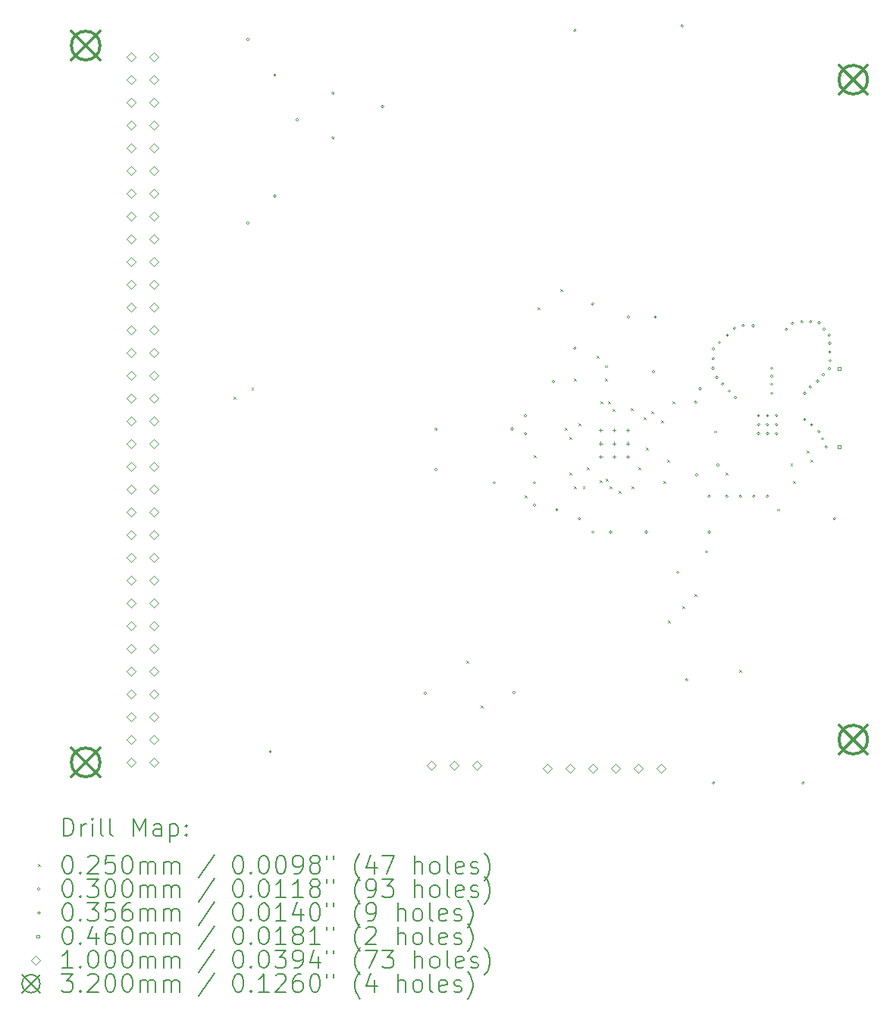
<source format=gbr>
%TF.GenerationSoftware,KiCad,Pcbnew,7.0.9+1*%
%TF.CreationDate,2024-02-23T15:47:58-08:00*%
%TF.ProjectId,hsl_radio,68736c5f-7261-4646-996f-2e6b69636164,1*%
%TF.SameCoordinates,Original*%
%TF.FileFunction,Drillmap*%
%TF.FilePolarity,Positive*%
%FSLAX45Y45*%
G04 Gerber Fmt 4.5, Leading zero omitted, Abs format (unit mm)*
G04 Created by KiCad (PCBNEW 7.0.9+1) date 2024-02-23 15:47:58*
%MOMM*%
%LPD*%
G01*
G04 APERTURE LIST*
%ADD10C,0.200000*%
%ADD11C,0.100000*%
%ADD12C,0.320000*%
G04 APERTURE END LIST*
D10*
D11*
X10037500Y-6137500D02*
X10062500Y-6162500D01*
X10062500Y-6137500D02*
X10037500Y-6162500D01*
X10237500Y-6037500D02*
X10262500Y-6062500D01*
X10262500Y-6037500D02*
X10237500Y-6062500D01*
X12637500Y-9087500D02*
X12662500Y-9112500D01*
X12662500Y-9087500D02*
X12637500Y-9112500D01*
X12795000Y-9587500D02*
X12820000Y-9612500D01*
X12820000Y-9587500D02*
X12795000Y-9612500D01*
X13287500Y-7237500D02*
X13312500Y-7262500D01*
X13312500Y-7237500D02*
X13287500Y-7262500D01*
X13387500Y-6787500D02*
X13412500Y-6812500D01*
X13412500Y-6787500D02*
X13387500Y-6812500D01*
X13437500Y-5137500D02*
X13462500Y-5162500D01*
X13462500Y-5137500D02*
X13437500Y-5162500D01*
X13687500Y-4937500D02*
X13712500Y-4962500D01*
X13712500Y-4937500D02*
X13687500Y-4962500D01*
X13737500Y-6487500D02*
X13762500Y-6512500D01*
X13762500Y-6487500D02*
X13737500Y-6512500D01*
X13787500Y-6987500D02*
X13812500Y-7012500D01*
X13812500Y-6987500D02*
X13787500Y-7012500D01*
X13792450Y-6587500D02*
X13817450Y-6612500D01*
X13817450Y-6587500D02*
X13792450Y-6612500D01*
X13837500Y-5937500D02*
X13862500Y-5962500D01*
X13862500Y-5937500D02*
X13837500Y-5962500D01*
X13837500Y-7137500D02*
X13862500Y-7162500D01*
X13862500Y-7137500D02*
X13837500Y-7162500D01*
X13887500Y-6437500D02*
X13912500Y-6462500D01*
X13912500Y-6437500D02*
X13887500Y-6462500D01*
X13937500Y-7137500D02*
X13962500Y-7162500D01*
X13962500Y-7137500D02*
X13937500Y-7162500D01*
X13987500Y-6927500D02*
X14012500Y-6952500D01*
X14012500Y-6927500D02*
X13987500Y-6952500D01*
X14092450Y-5684036D02*
X14117450Y-5709036D01*
X14117450Y-5684036D02*
X14092450Y-5709036D01*
X14127634Y-7067705D02*
X14152634Y-7092705D01*
X14152634Y-7067705D02*
X14127634Y-7092705D01*
X14139390Y-6185610D02*
X14164390Y-6210610D01*
X14164390Y-6185610D02*
X14139390Y-6210610D01*
X14187500Y-5787500D02*
X14212500Y-5812500D01*
X14212500Y-5787500D02*
X14187500Y-5812500D01*
X14187500Y-5937500D02*
X14212500Y-5962500D01*
X14212500Y-5937500D02*
X14187500Y-5962500D01*
X14199390Y-7049390D02*
X14224390Y-7074390D01*
X14224390Y-7049390D02*
X14199390Y-7074390D01*
X14223644Y-6187500D02*
X14248644Y-6212500D01*
X14248644Y-6187500D02*
X14223644Y-6212500D01*
X14237500Y-7137500D02*
X14262500Y-7162500D01*
X14262500Y-7137500D02*
X14237500Y-7162500D01*
X14272550Y-6271356D02*
X14297550Y-6296356D01*
X14297550Y-6271356D02*
X14272550Y-6296356D01*
X14337500Y-7187500D02*
X14362500Y-7212500D01*
X14362500Y-7187500D02*
X14337500Y-7212500D01*
X14477500Y-6267500D02*
X14502500Y-6292500D01*
X14502500Y-6267500D02*
X14477500Y-6292500D01*
X14487500Y-7137500D02*
X14512500Y-7162500D01*
X14512500Y-7137500D02*
X14487500Y-7162500D01*
X14557500Y-6927500D02*
X14582500Y-6952500D01*
X14582500Y-6927500D02*
X14557500Y-6952500D01*
X14617500Y-6367500D02*
X14642500Y-6392500D01*
X14642500Y-6367500D02*
X14617500Y-6392500D01*
X14647500Y-6707500D02*
X14672500Y-6732500D01*
X14672500Y-6707500D02*
X14647500Y-6732500D01*
X14707500Y-6297500D02*
X14732500Y-6322500D01*
X14732500Y-6297500D02*
X14707500Y-6322500D01*
X14812500Y-6397500D02*
X14837500Y-6422500D01*
X14837500Y-6397500D02*
X14812500Y-6422500D01*
X14837646Y-7078707D02*
X14862646Y-7103707D01*
X14862646Y-7078707D02*
X14837646Y-7103707D01*
X14882500Y-6837500D02*
X14907500Y-6862500D01*
X14907500Y-6837500D02*
X14882500Y-6862500D01*
X14887500Y-8637500D02*
X14912500Y-8662500D01*
X14912500Y-8637500D02*
X14887500Y-8662500D01*
X14937500Y-6187500D02*
X14962500Y-6212500D01*
X14962500Y-6187500D02*
X14937500Y-6212500D01*
X15051356Y-8473644D02*
X15076356Y-8498644D01*
X15076356Y-8473644D02*
X15051356Y-8498644D01*
X15187500Y-8337500D02*
X15212500Y-8362500D01*
X15212500Y-8337500D02*
X15187500Y-8362500D01*
X15407500Y-6515500D02*
X15432500Y-6540500D01*
X15432500Y-6515500D02*
X15407500Y-6540500D01*
X15537500Y-6987500D02*
X15562500Y-7012500D01*
X15562500Y-6987500D02*
X15537500Y-7012500D01*
X15687500Y-9187500D02*
X15712500Y-9212500D01*
X15712500Y-9187500D02*
X15687500Y-9212500D01*
X16111850Y-7387500D02*
X16136850Y-7412500D01*
X16136850Y-7387500D02*
X16111850Y-7412500D01*
X16257500Y-6887500D02*
X16282500Y-6912500D01*
X16282500Y-6887500D02*
X16257500Y-6912500D01*
X16287500Y-7077500D02*
X16312500Y-7102500D01*
X16312500Y-7077500D02*
X16287500Y-7102500D01*
X16437500Y-6737500D02*
X16462500Y-6762500D01*
X16462500Y-6737500D02*
X16437500Y-6762500D01*
X16482550Y-6837500D02*
X16507550Y-6862500D01*
X16507550Y-6837500D02*
X16482550Y-6862500D01*
X10215000Y-2150000D02*
G75*
G03*
X10215000Y-2150000I-15000J0D01*
G01*
X10215000Y-4200000D02*
G75*
G03*
X10215000Y-4200000I-15000J0D01*
G01*
X10465000Y-10100000D02*
G75*
G03*
X10465000Y-10100000I-15000J0D01*
G01*
X10515000Y-2550000D02*
G75*
G03*
X10515000Y-2550000I-15000J0D01*
G01*
X10515000Y-3900000D02*
G75*
G03*
X10515000Y-3900000I-15000J0D01*
G01*
X10765000Y-3050000D02*
G75*
G03*
X10765000Y-3050000I-15000J0D01*
G01*
X11165000Y-2750000D02*
G75*
G03*
X11165000Y-2750000I-15000J0D01*
G01*
X11165000Y-3250000D02*
G75*
G03*
X11165000Y-3250000I-15000J0D01*
G01*
X11715000Y-2900000D02*
G75*
G03*
X11715000Y-2900000I-15000J0D01*
G01*
X12195000Y-9450000D02*
G75*
G03*
X12195000Y-9450000I-15000J0D01*
G01*
X12315000Y-6500000D02*
G75*
G03*
X12315000Y-6500000I-15000J0D01*
G01*
X12315000Y-6950000D02*
G75*
G03*
X12315000Y-6950000I-15000J0D01*
G01*
X12965000Y-7100000D02*
G75*
G03*
X12965000Y-7100000I-15000J0D01*
G01*
X13165000Y-6500000D02*
G75*
G03*
X13165000Y-6500000I-15000J0D01*
G01*
X13185000Y-9440000D02*
G75*
G03*
X13185000Y-9440000I-15000J0D01*
G01*
X13315000Y-6350000D02*
G75*
G03*
X13315000Y-6350000I-15000J0D01*
G01*
X13315000Y-6550000D02*
G75*
G03*
X13315000Y-6550000I-15000J0D01*
G01*
X13415000Y-7100000D02*
G75*
G03*
X13415000Y-7100000I-15000J0D01*
G01*
X13415000Y-7350000D02*
G75*
G03*
X13415000Y-7350000I-15000J0D01*
G01*
X13625000Y-5970000D02*
G75*
G03*
X13625000Y-5970000I-15000J0D01*
G01*
X13665000Y-7400000D02*
G75*
G03*
X13665000Y-7400000I-15000J0D01*
G01*
X13865000Y-2050000D02*
G75*
G03*
X13865000Y-2050000I-15000J0D01*
G01*
X13865000Y-5600000D02*
G75*
G03*
X13865000Y-5600000I-15000J0D01*
G01*
X13915000Y-7500000D02*
G75*
G03*
X13915000Y-7500000I-15000J0D01*
G01*
X14065000Y-5102500D02*
G75*
G03*
X14065000Y-5102500I-15000J0D01*
G01*
X14065000Y-7650000D02*
G75*
G03*
X14065000Y-7650000I-15000J0D01*
G01*
X14265000Y-7650000D02*
G75*
G03*
X14265000Y-7650000I-15000J0D01*
G01*
X14465000Y-5250000D02*
G75*
G03*
X14465000Y-5250000I-15000J0D01*
G01*
X14665000Y-7650000D02*
G75*
G03*
X14665000Y-7650000I-15000J0D01*
G01*
X14745000Y-5860000D02*
G75*
G03*
X14745000Y-5860000I-15000J0D01*
G01*
X14765000Y-5250000D02*
G75*
G03*
X14765000Y-5250000I-15000J0D01*
G01*
X15015000Y-8100000D02*
G75*
G03*
X15015000Y-8100000I-15000J0D01*
G01*
X15065000Y-2000000D02*
G75*
G03*
X15065000Y-2000000I-15000J0D01*
G01*
X15115000Y-9300000D02*
G75*
G03*
X15115000Y-9300000I-15000J0D01*
G01*
X15215000Y-6200000D02*
G75*
G03*
X15215000Y-6200000I-15000J0D01*
G01*
X15225000Y-7010000D02*
G75*
G03*
X15225000Y-7010000I-15000J0D01*
G01*
X15265000Y-6050000D02*
G75*
G03*
X15265000Y-6050000I-15000J0D01*
G01*
X15335000Y-7870000D02*
G75*
G03*
X15335000Y-7870000I-15000J0D01*
G01*
X15365000Y-7250000D02*
G75*
G03*
X15365000Y-7250000I-15000J0D01*
G01*
X15365000Y-7650000D02*
G75*
G03*
X15365000Y-7650000I-15000J0D01*
G01*
X15407000Y-5821000D02*
G75*
G03*
X15407000Y-5821000I-15000J0D01*
G01*
X15409000Y-5713000D02*
G75*
G03*
X15409000Y-5713000I-15000J0D01*
G01*
X15414000Y-5606000D02*
G75*
G03*
X15414000Y-5606000I-15000J0D01*
G01*
X15415000Y-10450000D02*
G75*
G03*
X15415000Y-10450000I-15000J0D01*
G01*
X15450000Y-5923000D02*
G75*
G03*
X15450000Y-5923000I-15000J0D01*
G01*
X15465000Y-6900000D02*
G75*
G03*
X15465000Y-6900000I-15000J0D01*
G01*
X15482000Y-5533000D02*
G75*
G03*
X15482000Y-5533000I-15000J0D01*
G01*
X15516000Y-5996000D02*
G75*
G03*
X15516000Y-5996000I-15000J0D01*
G01*
X15565000Y-7250000D02*
G75*
G03*
X15565000Y-7250000I-15000J0D01*
G01*
X15569000Y-5452000D02*
G75*
G03*
X15569000Y-5452000I-15000J0D01*
G01*
X15591000Y-6075000D02*
G75*
G03*
X15591000Y-6075000I-15000J0D01*
G01*
X15648000Y-5374000D02*
G75*
G03*
X15648000Y-5374000I-15000J0D01*
G01*
X15659000Y-6148000D02*
G75*
G03*
X15659000Y-6148000I-15000J0D01*
G01*
X15715000Y-7250000D02*
G75*
G03*
X15715000Y-7250000I-15000J0D01*
G01*
X15746000Y-5345000D02*
G75*
G03*
X15746000Y-5345000I-15000J0D01*
G01*
X15856000Y-5347000D02*
G75*
G03*
X15856000Y-5347000I-15000J0D01*
G01*
X15865000Y-7250000D02*
G75*
G03*
X15865000Y-7250000I-15000J0D01*
G01*
X15917981Y-6350000D02*
G75*
G03*
X15917981Y-6350000I-15000J0D01*
G01*
X15917981Y-6450000D02*
G75*
G03*
X15917981Y-6450000I-15000J0D01*
G01*
X15917981Y-6550000D02*
G75*
G03*
X15917981Y-6550000I-15000J0D01*
G01*
X16015000Y-7250000D02*
G75*
G03*
X16015000Y-7250000I-15000J0D01*
G01*
X16017981Y-6350000D02*
G75*
G03*
X16017981Y-6350000I-15000J0D01*
G01*
X16017981Y-6450000D02*
G75*
G03*
X16017981Y-6450000I-15000J0D01*
G01*
X16017981Y-6550000D02*
G75*
G03*
X16017981Y-6550000I-15000J0D01*
G01*
X16065000Y-5820000D02*
G75*
G03*
X16065000Y-5820000I-15000J0D01*
G01*
X16065000Y-5910000D02*
G75*
G03*
X16065000Y-5910000I-15000J0D01*
G01*
X16065000Y-6000000D02*
G75*
G03*
X16065000Y-6000000I-15000J0D01*
G01*
X16065000Y-6100000D02*
G75*
G03*
X16065000Y-6100000I-15000J0D01*
G01*
X16117981Y-6350000D02*
G75*
G03*
X16117981Y-6350000I-15000J0D01*
G01*
X16117981Y-6450000D02*
G75*
G03*
X16117981Y-6450000I-15000J0D01*
G01*
X16117981Y-6550000D02*
G75*
G03*
X16117981Y-6550000I-15000J0D01*
G01*
X16228000Y-5388000D02*
G75*
G03*
X16228000Y-5388000I-15000J0D01*
G01*
X16296000Y-5320000D02*
G75*
G03*
X16296000Y-5320000I-15000J0D01*
G01*
X16400000Y-5302000D02*
G75*
G03*
X16400000Y-5302000I-15000J0D01*
G01*
X16415000Y-10450000D02*
G75*
G03*
X16415000Y-10450000I-15000J0D01*
G01*
X16433000Y-6101000D02*
G75*
G03*
X16433000Y-6101000I-15000J0D01*
G01*
X16434000Y-6393000D02*
G75*
G03*
X16434000Y-6393000I-15000J0D01*
G01*
X16495000Y-6030000D02*
G75*
G03*
X16495000Y-6030000I-15000J0D01*
G01*
X16499000Y-5303000D02*
G75*
G03*
X16499000Y-5303000I-15000J0D01*
G01*
X16508338Y-6452626D02*
G75*
G03*
X16508338Y-6452626I-15000J0D01*
G01*
X16577000Y-5963000D02*
G75*
G03*
X16577000Y-5963000I-15000J0D01*
G01*
X16591000Y-6526000D02*
G75*
G03*
X16591000Y-6526000I-15000J0D01*
G01*
X16594000Y-5315000D02*
G75*
G03*
X16594000Y-5315000I-15000J0D01*
G01*
X16632000Y-6609000D02*
G75*
G03*
X16632000Y-6609000I-15000J0D01*
G01*
X16641000Y-5894000D02*
G75*
G03*
X16641000Y-5894000I-15000J0D01*
G01*
X16651000Y-5385000D02*
G75*
G03*
X16651000Y-5385000I-15000J0D01*
G01*
X16673000Y-6700000D02*
G75*
G03*
X16673000Y-6700000I-15000J0D01*
G01*
X16706000Y-5450000D02*
G75*
G03*
X16706000Y-5450000I-15000J0D01*
G01*
X16707000Y-5826000D02*
G75*
G03*
X16707000Y-5826000I-15000J0D01*
G01*
X16713000Y-5542000D02*
G75*
G03*
X16713000Y-5542000I-15000J0D01*
G01*
X16713000Y-5640000D02*
G75*
G03*
X16713000Y-5640000I-15000J0D01*
G01*
X16716000Y-5737000D02*
G75*
G03*
X16716000Y-5737000I-15000J0D01*
G01*
X16765000Y-7500000D02*
G75*
G03*
X16765000Y-7500000I-15000J0D01*
G01*
X14140000Y-6492220D02*
X14140000Y-6527780D01*
X14122220Y-6510000D02*
X14157780Y-6510000D01*
X14140000Y-6642220D02*
X14140000Y-6677780D01*
X14122220Y-6660000D02*
X14157780Y-6660000D01*
X14140000Y-6792220D02*
X14140000Y-6827780D01*
X14122220Y-6810000D02*
X14157780Y-6810000D01*
X14290000Y-6492220D02*
X14290000Y-6527780D01*
X14272220Y-6510000D02*
X14307780Y-6510000D01*
X14290000Y-6642220D02*
X14290000Y-6677780D01*
X14272220Y-6660000D02*
X14307780Y-6660000D01*
X14290000Y-6792220D02*
X14290000Y-6827780D01*
X14272220Y-6810000D02*
X14307780Y-6810000D01*
X14440000Y-6492220D02*
X14440000Y-6527780D01*
X14422220Y-6510000D02*
X14457780Y-6510000D01*
X14440000Y-6642220D02*
X14440000Y-6677780D01*
X14422220Y-6660000D02*
X14457780Y-6660000D01*
X14440000Y-6792220D02*
X14440000Y-6827780D01*
X14422220Y-6810000D02*
X14457780Y-6810000D01*
X16822264Y-5840264D02*
X16822264Y-5807736D01*
X16789736Y-5807736D01*
X16789736Y-5840264D01*
X16822264Y-5840264D01*
X16822264Y-6716264D02*
X16822264Y-6683736D01*
X16789736Y-6683736D01*
X16789736Y-6716264D01*
X16822264Y-6716264D01*
X8896000Y-2396000D02*
X8946000Y-2346000D01*
X8896000Y-2296000D01*
X8846000Y-2346000D01*
X8896000Y-2396000D01*
X8896000Y-2650000D02*
X8946000Y-2600000D01*
X8896000Y-2550000D01*
X8846000Y-2600000D01*
X8896000Y-2650000D01*
X8896000Y-2904000D02*
X8946000Y-2854000D01*
X8896000Y-2804000D01*
X8846000Y-2854000D01*
X8896000Y-2904000D01*
X8896000Y-3158000D02*
X8946000Y-3108000D01*
X8896000Y-3058000D01*
X8846000Y-3108000D01*
X8896000Y-3158000D01*
X8896000Y-3412000D02*
X8946000Y-3362000D01*
X8896000Y-3312000D01*
X8846000Y-3362000D01*
X8896000Y-3412000D01*
X8896000Y-3666000D02*
X8946000Y-3616000D01*
X8896000Y-3566000D01*
X8846000Y-3616000D01*
X8896000Y-3666000D01*
X8896000Y-3920000D02*
X8946000Y-3870000D01*
X8896000Y-3820000D01*
X8846000Y-3870000D01*
X8896000Y-3920000D01*
X8896000Y-4174000D02*
X8946000Y-4124000D01*
X8896000Y-4074000D01*
X8846000Y-4124000D01*
X8896000Y-4174000D01*
X8896000Y-4428000D02*
X8946000Y-4378000D01*
X8896000Y-4328000D01*
X8846000Y-4378000D01*
X8896000Y-4428000D01*
X8896000Y-4682000D02*
X8946000Y-4632000D01*
X8896000Y-4582000D01*
X8846000Y-4632000D01*
X8896000Y-4682000D01*
X8896000Y-4936000D02*
X8946000Y-4886000D01*
X8896000Y-4836000D01*
X8846000Y-4886000D01*
X8896000Y-4936000D01*
X8896000Y-5190000D02*
X8946000Y-5140000D01*
X8896000Y-5090000D01*
X8846000Y-5140000D01*
X8896000Y-5190000D01*
X8896000Y-5444000D02*
X8946000Y-5394000D01*
X8896000Y-5344000D01*
X8846000Y-5394000D01*
X8896000Y-5444000D01*
X8896000Y-5698000D02*
X8946000Y-5648000D01*
X8896000Y-5598000D01*
X8846000Y-5648000D01*
X8896000Y-5698000D01*
X8896000Y-5952000D02*
X8946000Y-5902000D01*
X8896000Y-5852000D01*
X8846000Y-5902000D01*
X8896000Y-5952000D01*
X8896000Y-6206000D02*
X8946000Y-6156000D01*
X8896000Y-6106000D01*
X8846000Y-6156000D01*
X8896000Y-6206000D01*
X8896000Y-6460000D02*
X8946000Y-6410000D01*
X8896000Y-6360000D01*
X8846000Y-6410000D01*
X8896000Y-6460000D01*
X8896000Y-6714000D02*
X8946000Y-6664000D01*
X8896000Y-6614000D01*
X8846000Y-6664000D01*
X8896000Y-6714000D01*
X8896000Y-6968000D02*
X8946000Y-6918000D01*
X8896000Y-6868000D01*
X8846000Y-6918000D01*
X8896000Y-6968000D01*
X8896000Y-7222000D02*
X8946000Y-7172000D01*
X8896000Y-7122000D01*
X8846000Y-7172000D01*
X8896000Y-7222000D01*
X8896000Y-7476000D02*
X8946000Y-7426000D01*
X8896000Y-7376000D01*
X8846000Y-7426000D01*
X8896000Y-7476000D01*
X8896000Y-7730000D02*
X8946000Y-7680000D01*
X8896000Y-7630000D01*
X8846000Y-7680000D01*
X8896000Y-7730000D01*
X8896000Y-7984000D02*
X8946000Y-7934000D01*
X8896000Y-7884000D01*
X8846000Y-7934000D01*
X8896000Y-7984000D01*
X8896000Y-8238000D02*
X8946000Y-8188000D01*
X8896000Y-8138000D01*
X8846000Y-8188000D01*
X8896000Y-8238000D01*
X8896000Y-8492000D02*
X8946000Y-8442000D01*
X8896000Y-8392000D01*
X8846000Y-8442000D01*
X8896000Y-8492000D01*
X8896000Y-8746000D02*
X8946000Y-8696000D01*
X8896000Y-8646000D01*
X8846000Y-8696000D01*
X8896000Y-8746000D01*
X8896000Y-9000000D02*
X8946000Y-8950000D01*
X8896000Y-8900000D01*
X8846000Y-8950000D01*
X8896000Y-9000000D01*
X8896000Y-9254000D02*
X8946000Y-9204000D01*
X8896000Y-9154000D01*
X8846000Y-9204000D01*
X8896000Y-9254000D01*
X8896000Y-9508000D02*
X8946000Y-9458000D01*
X8896000Y-9408000D01*
X8846000Y-9458000D01*
X8896000Y-9508000D01*
X8896000Y-9762000D02*
X8946000Y-9712000D01*
X8896000Y-9662000D01*
X8846000Y-9712000D01*
X8896000Y-9762000D01*
X8896000Y-10016000D02*
X8946000Y-9966000D01*
X8896000Y-9916000D01*
X8846000Y-9966000D01*
X8896000Y-10016000D01*
X8896000Y-10270000D02*
X8946000Y-10220000D01*
X8896000Y-10170000D01*
X8846000Y-10220000D01*
X8896000Y-10270000D01*
X9150000Y-2396000D02*
X9200000Y-2346000D01*
X9150000Y-2296000D01*
X9100000Y-2346000D01*
X9150000Y-2396000D01*
X9150000Y-2650000D02*
X9200000Y-2600000D01*
X9150000Y-2550000D01*
X9100000Y-2600000D01*
X9150000Y-2650000D01*
X9150000Y-2904000D02*
X9200000Y-2854000D01*
X9150000Y-2804000D01*
X9100000Y-2854000D01*
X9150000Y-2904000D01*
X9150000Y-3158000D02*
X9200000Y-3108000D01*
X9150000Y-3058000D01*
X9100000Y-3108000D01*
X9150000Y-3158000D01*
X9150000Y-3412000D02*
X9200000Y-3362000D01*
X9150000Y-3312000D01*
X9100000Y-3362000D01*
X9150000Y-3412000D01*
X9150000Y-3666000D02*
X9200000Y-3616000D01*
X9150000Y-3566000D01*
X9100000Y-3616000D01*
X9150000Y-3666000D01*
X9150000Y-3920000D02*
X9200000Y-3870000D01*
X9150000Y-3820000D01*
X9100000Y-3870000D01*
X9150000Y-3920000D01*
X9150000Y-4174000D02*
X9200000Y-4124000D01*
X9150000Y-4074000D01*
X9100000Y-4124000D01*
X9150000Y-4174000D01*
X9150000Y-4428000D02*
X9200000Y-4378000D01*
X9150000Y-4328000D01*
X9100000Y-4378000D01*
X9150000Y-4428000D01*
X9150000Y-4682000D02*
X9200000Y-4632000D01*
X9150000Y-4582000D01*
X9100000Y-4632000D01*
X9150000Y-4682000D01*
X9150000Y-4936000D02*
X9200000Y-4886000D01*
X9150000Y-4836000D01*
X9100000Y-4886000D01*
X9150000Y-4936000D01*
X9150000Y-5190000D02*
X9200000Y-5140000D01*
X9150000Y-5090000D01*
X9100000Y-5140000D01*
X9150000Y-5190000D01*
X9150000Y-5444000D02*
X9200000Y-5394000D01*
X9150000Y-5344000D01*
X9100000Y-5394000D01*
X9150000Y-5444000D01*
X9150000Y-5698000D02*
X9200000Y-5648000D01*
X9150000Y-5598000D01*
X9100000Y-5648000D01*
X9150000Y-5698000D01*
X9150000Y-5952000D02*
X9200000Y-5902000D01*
X9150000Y-5852000D01*
X9100000Y-5902000D01*
X9150000Y-5952000D01*
X9150000Y-6206000D02*
X9200000Y-6156000D01*
X9150000Y-6106000D01*
X9100000Y-6156000D01*
X9150000Y-6206000D01*
X9150000Y-6460000D02*
X9200000Y-6410000D01*
X9150000Y-6360000D01*
X9100000Y-6410000D01*
X9150000Y-6460000D01*
X9150000Y-6714000D02*
X9200000Y-6664000D01*
X9150000Y-6614000D01*
X9100000Y-6664000D01*
X9150000Y-6714000D01*
X9150000Y-6968000D02*
X9200000Y-6918000D01*
X9150000Y-6868000D01*
X9100000Y-6918000D01*
X9150000Y-6968000D01*
X9150000Y-7222000D02*
X9200000Y-7172000D01*
X9150000Y-7122000D01*
X9100000Y-7172000D01*
X9150000Y-7222000D01*
X9150000Y-7476000D02*
X9200000Y-7426000D01*
X9150000Y-7376000D01*
X9100000Y-7426000D01*
X9150000Y-7476000D01*
X9150000Y-7730000D02*
X9200000Y-7680000D01*
X9150000Y-7630000D01*
X9100000Y-7680000D01*
X9150000Y-7730000D01*
X9150000Y-7984000D02*
X9200000Y-7934000D01*
X9150000Y-7884000D01*
X9100000Y-7934000D01*
X9150000Y-7984000D01*
X9150000Y-8238000D02*
X9200000Y-8188000D01*
X9150000Y-8138000D01*
X9100000Y-8188000D01*
X9150000Y-8238000D01*
X9150000Y-8492000D02*
X9200000Y-8442000D01*
X9150000Y-8392000D01*
X9100000Y-8442000D01*
X9150000Y-8492000D01*
X9150000Y-8746000D02*
X9200000Y-8696000D01*
X9150000Y-8646000D01*
X9100000Y-8696000D01*
X9150000Y-8746000D01*
X9150000Y-9000000D02*
X9200000Y-8950000D01*
X9150000Y-8900000D01*
X9100000Y-8950000D01*
X9150000Y-9000000D01*
X9150000Y-9254000D02*
X9200000Y-9204000D01*
X9150000Y-9154000D01*
X9100000Y-9204000D01*
X9150000Y-9254000D01*
X9150000Y-9508000D02*
X9200000Y-9458000D01*
X9150000Y-9408000D01*
X9100000Y-9458000D01*
X9150000Y-9508000D01*
X9150000Y-9762000D02*
X9200000Y-9712000D01*
X9150000Y-9662000D01*
X9100000Y-9712000D01*
X9150000Y-9762000D01*
X9150000Y-10016000D02*
X9200000Y-9966000D01*
X9150000Y-9916000D01*
X9100000Y-9966000D01*
X9150000Y-10016000D01*
X9150000Y-10270000D02*
X9200000Y-10220000D01*
X9150000Y-10170000D01*
X9100000Y-10220000D01*
X9150000Y-10270000D01*
X12247500Y-10300000D02*
X12297500Y-10250000D01*
X12247500Y-10200000D01*
X12197500Y-10250000D01*
X12247500Y-10300000D01*
X12501500Y-10300000D02*
X12551500Y-10250000D01*
X12501500Y-10200000D01*
X12451500Y-10250000D01*
X12501500Y-10300000D01*
X12755500Y-10300000D02*
X12805500Y-10250000D01*
X12755500Y-10200000D01*
X12705500Y-10250000D01*
X12755500Y-10300000D01*
X13545000Y-10340000D02*
X13595000Y-10290000D01*
X13545000Y-10240000D01*
X13495000Y-10290000D01*
X13545000Y-10340000D01*
X13799000Y-10340000D02*
X13849000Y-10290000D01*
X13799000Y-10240000D01*
X13749000Y-10290000D01*
X13799000Y-10340000D01*
X14053000Y-10340000D02*
X14103000Y-10290000D01*
X14053000Y-10240000D01*
X14003000Y-10290000D01*
X14053000Y-10340000D01*
X14307000Y-10340000D02*
X14357000Y-10290000D01*
X14307000Y-10240000D01*
X14257000Y-10290000D01*
X14307000Y-10340000D01*
X14561000Y-10340000D02*
X14611000Y-10290000D01*
X14561000Y-10240000D01*
X14511000Y-10290000D01*
X14561000Y-10340000D01*
X14815000Y-10340000D02*
X14865000Y-10290000D01*
X14815000Y-10240000D01*
X14765000Y-10290000D01*
X14815000Y-10340000D01*
D12*
X8228000Y-2059000D02*
X8548000Y-2379000D01*
X8548000Y-2059000D02*
X8228000Y-2379000D01*
X8548000Y-2219000D02*
G75*
G03*
X8548000Y-2219000I-160000J0D01*
G01*
X8228000Y-10060000D02*
X8548000Y-10380000D01*
X8548000Y-10060000D02*
X8228000Y-10380000D01*
X8548000Y-10220000D02*
G75*
G03*
X8548000Y-10220000I-160000J0D01*
G01*
X16800500Y-2440000D02*
X17120500Y-2760000D01*
X17120500Y-2440000D02*
X16800500Y-2760000D01*
X17120500Y-2600000D02*
G75*
G03*
X17120500Y-2600000I-160000J0D01*
G01*
X16800500Y-9806000D02*
X17120500Y-10126000D01*
X17120500Y-9806000D02*
X16800500Y-10126000D01*
X17120500Y-9966000D02*
G75*
G03*
X17120500Y-9966000I-160000J0D01*
G01*
D10*
X8138277Y-11041984D02*
X8138277Y-10841984D01*
X8138277Y-10841984D02*
X8185896Y-10841984D01*
X8185896Y-10841984D02*
X8214467Y-10851508D01*
X8214467Y-10851508D02*
X8233515Y-10870555D01*
X8233515Y-10870555D02*
X8243039Y-10889603D01*
X8243039Y-10889603D02*
X8252562Y-10927698D01*
X8252562Y-10927698D02*
X8252562Y-10956270D01*
X8252562Y-10956270D02*
X8243039Y-10994365D01*
X8243039Y-10994365D02*
X8233515Y-11013412D01*
X8233515Y-11013412D02*
X8214467Y-11032460D01*
X8214467Y-11032460D02*
X8185896Y-11041984D01*
X8185896Y-11041984D02*
X8138277Y-11041984D01*
X8338277Y-11041984D02*
X8338277Y-10908650D01*
X8338277Y-10946746D02*
X8347801Y-10927698D01*
X8347801Y-10927698D02*
X8357324Y-10918174D01*
X8357324Y-10918174D02*
X8376372Y-10908650D01*
X8376372Y-10908650D02*
X8395420Y-10908650D01*
X8462086Y-11041984D02*
X8462086Y-10908650D01*
X8462086Y-10841984D02*
X8452563Y-10851508D01*
X8452563Y-10851508D02*
X8462086Y-10861031D01*
X8462086Y-10861031D02*
X8471610Y-10851508D01*
X8471610Y-10851508D02*
X8462086Y-10841984D01*
X8462086Y-10841984D02*
X8462086Y-10861031D01*
X8585896Y-11041984D02*
X8566848Y-11032460D01*
X8566848Y-11032460D02*
X8557324Y-11013412D01*
X8557324Y-11013412D02*
X8557324Y-10841984D01*
X8690658Y-11041984D02*
X8671610Y-11032460D01*
X8671610Y-11032460D02*
X8662086Y-11013412D01*
X8662086Y-11013412D02*
X8662086Y-10841984D01*
X8919229Y-11041984D02*
X8919229Y-10841984D01*
X8919229Y-10841984D02*
X8985896Y-10984841D01*
X8985896Y-10984841D02*
X9052563Y-10841984D01*
X9052563Y-10841984D02*
X9052563Y-11041984D01*
X9233515Y-11041984D02*
X9233515Y-10937222D01*
X9233515Y-10937222D02*
X9223991Y-10918174D01*
X9223991Y-10918174D02*
X9204944Y-10908650D01*
X9204944Y-10908650D02*
X9166848Y-10908650D01*
X9166848Y-10908650D02*
X9147801Y-10918174D01*
X9233515Y-11032460D02*
X9214467Y-11041984D01*
X9214467Y-11041984D02*
X9166848Y-11041984D01*
X9166848Y-11041984D02*
X9147801Y-11032460D01*
X9147801Y-11032460D02*
X9138277Y-11013412D01*
X9138277Y-11013412D02*
X9138277Y-10994365D01*
X9138277Y-10994365D02*
X9147801Y-10975317D01*
X9147801Y-10975317D02*
X9166848Y-10965793D01*
X9166848Y-10965793D02*
X9214467Y-10965793D01*
X9214467Y-10965793D02*
X9233515Y-10956270D01*
X9328753Y-10908650D02*
X9328753Y-11108650D01*
X9328753Y-10918174D02*
X9347801Y-10908650D01*
X9347801Y-10908650D02*
X9385896Y-10908650D01*
X9385896Y-10908650D02*
X9404944Y-10918174D01*
X9404944Y-10918174D02*
X9414467Y-10927698D01*
X9414467Y-10927698D02*
X9423991Y-10946746D01*
X9423991Y-10946746D02*
X9423991Y-11003889D01*
X9423991Y-11003889D02*
X9414467Y-11022936D01*
X9414467Y-11022936D02*
X9404944Y-11032460D01*
X9404944Y-11032460D02*
X9385896Y-11041984D01*
X9385896Y-11041984D02*
X9347801Y-11041984D01*
X9347801Y-11041984D02*
X9328753Y-11032460D01*
X9509705Y-11022936D02*
X9519229Y-11032460D01*
X9519229Y-11032460D02*
X9509705Y-11041984D01*
X9509705Y-11041984D02*
X9500182Y-11032460D01*
X9500182Y-11032460D02*
X9509705Y-11022936D01*
X9509705Y-11022936D02*
X9509705Y-11041984D01*
X9509705Y-10918174D02*
X9519229Y-10927698D01*
X9519229Y-10927698D02*
X9509705Y-10937222D01*
X9509705Y-10937222D02*
X9500182Y-10927698D01*
X9500182Y-10927698D02*
X9509705Y-10918174D01*
X9509705Y-10918174D02*
X9509705Y-10937222D01*
D11*
X7852500Y-11358000D02*
X7877500Y-11383000D01*
X7877500Y-11358000D02*
X7852500Y-11383000D01*
D10*
X8176372Y-11261984D02*
X8195420Y-11261984D01*
X8195420Y-11261984D02*
X8214467Y-11271508D01*
X8214467Y-11271508D02*
X8223991Y-11281031D01*
X8223991Y-11281031D02*
X8233515Y-11300079D01*
X8233515Y-11300079D02*
X8243039Y-11338174D01*
X8243039Y-11338174D02*
X8243039Y-11385793D01*
X8243039Y-11385793D02*
X8233515Y-11423888D01*
X8233515Y-11423888D02*
X8223991Y-11442936D01*
X8223991Y-11442936D02*
X8214467Y-11452460D01*
X8214467Y-11452460D02*
X8195420Y-11461984D01*
X8195420Y-11461984D02*
X8176372Y-11461984D01*
X8176372Y-11461984D02*
X8157324Y-11452460D01*
X8157324Y-11452460D02*
X8147801Y-11442936D01*
X8147801Y-11442936D02*
X8138277Y-11423888D01*
X8138277Y-11423888D02*
X8128753Y-11385793D01*
X8128753Y-11385793D02*
X8128753Y-11338174D01*
X8128753Y-11338174D02*
X8138277Y-11300079D01*
X8138277Y-11300079D02*
X8147801Y-11281031D01*
X8147801Y-11281031D02*
X8157324Y-11271508D01*
X8157324Y-11271508D02*
X8176372Y-11261984D01*
X8328753Y-11442936D02*
X8338277Y-11452460D01*
X8338277Y-11452460D02*
X8328753Y-11461984D01*
X8328753Y-11461984D02*
X8319229Y-11452460D01*
X8319229Y-11452460D02*
X8328753Y-11442936D01*
X8328753Y-11442936D02*
X8328753Y-11461984D01*
X8414467Y-11281031D02*
X8423991Y-11271508D01*
X8423991Y-11271508D02*
X8443039Y-11261984D01*
X8443039Y-11261984D02*
X8490658Y-11261984D01*
X8490658Y-11261984D02*
X8509705Y-11271508D01*
X8509705Y-11271508D02*
X8519229Y-11281031D01*
X8519229Y-11281031D02*
X8528753Y-11300079D01*
X8528753Y-11300079D02*
X8528753Y-11319127D01*
X8528753Y-11319127D02*
X8519229Y-11347698D01*
X8519229Y-11347698D02*
X8404944Y-11461984D01*
X8404944Y-11461984D02*
X8528753Y-11461984D01*
X8709705Y-11261984D02*
X8614467Y-11261984D01*
X8614467Y-11261984D02*
X8604944Y-11357222D01*
X8604944Y-11357222D02*
X8614467Y-11347698D01*
X8614467Y-11347698D02*
X8633515Y-11338174D01*
X8633515Y-11338174D02*
X8681134Y-11338174D01*
X8681134Y-11338174D02*
X8700182Y-11347698D01*
X8700182Y-11347698D02*
X8709705Y-11357222D01*
X8709705Y-11357222D02*
X8719229Y-11376269D01*
X8719229Y-11376269D02*
X8719229Y-11423888D01*
X8719229Y-11423888D02*
X8709705Y-11442936D01*
X8709705Y-11442936D02*
X8700182Y-11452460D01*
X8700182Y-11452460D02*
X8681134Y-11461984D01*
X8681134Y-11461984D02*
X8633515Y-11461984D01*
X8633515Y-11461984D02*
X8614467Y-11452460D01*
X8614467Y-11452460D02*
X8604944Y-11442936D01*
X8843039Y-11261984D02*
X8862086Y-11261984D01*
X8862086Y-11261984D02*
X8881134Y-11271508D01*
X8881134Y-11271508D02*
X8890658Y-11281031D01*
X8890658Y-11281031D02*
X8900182Y-11300079D01*
X8900182Y-11300079D02*
X8909705Y-11338174D01*
X8909705Y-11338174D02*
X8909705Y-11385793D01*
X8909705Y-11385793D02*
X8900182Y-11423888D01*
X8900182Y-11423888D02*
X8890658Y-11442936D01*
X8890658Y-11442936D02*
X8881134Y-11452460D01*
X8881134Y-11452460D02*
X8862086Y-11461984D01*
X8862086Y-11461984D02*
X8843039Y-11461984D01*
X8843039Y-11461984D02*
X8823991Y-11452460D01*
X8823991Y-11452460D02*
X8814467Y-11442936D01*
X8814467Y-11442936D02*
X8804944Y-11423888D01*
X8804944Y-11423888D02*
X8795420Y-11385793D01*
X8795420Y-11385793D02*
X8795420Y-11338174D01*
X8795420Y-11338174D02*
X8804944Y-11300079D01*
X8804944Y-11300079D02*
X8814467Y-11281031D01*
X8814467Y-11281031D02*
X8823991Y-11271508D01*
X8823991Y-11271508D02*
X8843039Y-11261984D01*
X8995420Y-11461984D02*
X8995420Y-11328650D01*
X8995420Y-11347698D02*
X9004944Y-11338174D01*
X9004944Y-11338174D02*
X9023991Y-11328650D01*
X9023991Y-11328650D02*
X9052563Y-11328650D01*
X9052563Y-11328650D02*
X9071610Y-11338174D01*
X9071610Y-11338174D02*
X9081134Y-11357222D01*
X9081134Y-11357222D02*
X9081134Y-11461984D01*
X9081134Y-11357222D02*
X9090658Y-11338174D01*
X9090658Y-11338174D02*
X9109705Y-11328650D01*
X9109705Y-11328650D02*
X9138277Y-11328650D01*
X9138277Y-11328650D02*
X9157325Y-11338174D01*
X9157325Y-11338174D02*
X9166848Y-11357222D01*
X9166848Y-11357222D02*
X9166848Y-11461984D01*
X9262086Y-11461984D02*
X9262086Y-11328650D01*
X9262086Y-11347698D02*
X9271610Y-11338174D01*
X9271610Y-11338174D02*
X9290658Y-11328650D01*
X9290658Y-11328650D02*
X9319229Y-11328650D01*
X9319229Y-11328650D02*
X9338277Y-11338174D01*
X9338277Y-11338174D02*
X9347801Y-11357222D01*
X9347801Y-11357222D02*
X9347801Y-11461984D01*
X9347801Y-11357222D02*
X9357325Y-11338174D01*
X9357325Y-11338174D02*
X9376372Y-11328650D01*
X9376372Y-11328650D02*
X9404944Y-11328650D01*
X9404944Y-11328650D02*
X9423991Y-11338174D01*
X9423991Y-11338174D02*
X9433515Y-11357222D01*
X9433515Y-11357222D02*
X9433515Y-11461984D01*
X9823991Y-11252460D02*
X9652563Y-11509603D01*
X10081134Y-11261984D02*
X10100182Y-11261984D01*
X10100182Y-11261984D02*
X10119229Y-11271508D01*
X10119229Y-11271508D02*
X10128753Y-11281031D01*
X10128753Y-11281031D02*
X10138277Y-11300079D01*
X10138277Y-11300079D02*
X10147801Y-11338174D01*
X10147801Y-11338174D02*
X10147801Y-11385793D01*
X10147801Y-11385793D02*
X10138277Y-11423888D01*
X10138277Y-11423888D02*
X10128753Y-11442936D01*
X10128753Y-11442936D02*
X10119229Y-11452460D01*
X10119229Y-11452460D02*
X10100182Y-11461984D01*
X10100182Y-11461984D02*
X10081134Y-11461984D01*
X10081134Y-11461984D02*
X10062087Y-11452460D01*
X10062087Y-11452460D02*
X10052563Y-11442936D01*
X10052563Y-11442936D02*
X10043039Y-11423888D01*
X10043039Y-11423888D02*
X10033515Y-11385793D01*
X10033515Y-11385793D02*
X10033515Y-11338174D01*
X10033515Y-11338174D02*
X10043039Y-11300079D01*
X10043039Y-11300079D02*
X10052563Y-11281031D01*
X10052563Y-11281031D02*
X10062087Y-11271508D01*
X10062087Y-11271508D02*
X10081134Y-11261984D01*
X10233515Y-11442936D02*
X10243039Y-11452460D01*
X10243039Y-11452460D02*
X10233515Y-11461984D01*
X10233515Y-11461984D02*
X10223991Y-11452460D01*
X10223991Y-11452460D02*
X10233515Y-11442936D01*
X10233515Y-11442936D02*
X10233515Y-11461984D01*
X10366848Y-11261984D02*
X10385896Y-11261984D01*
X10385896Y-11261984D02*
X10404944Y-11271508D01*
X10404944Y-11271508D02*
X10414468Y-11281031D01*
X10414468Y-11281031D02*
X10423991Y-11300079D01*
X10423991Y-11300079D02*
X10433515Y-11338174D01*
X10433515Y-11338174D02*
X10433515Y-11385793D01*
X10433515Y-11385793D02*
X10423991Y-11423888D01*
X10423991Y-11423888D02*
X10414468Y-11442936D01*
X10414468Y-11442936D02*
X10404944Y-11452460D01*
X10404944Y-11452460D02*
X10385896Y-11461984D01*
X10385896Y-11461984D02*
X10366848Y-11461984D01*
X10366848Y-11461984D02*
X10347801Y-11452460D01*
X10347801Y-11452460D02*
X10338277Y-11442936D01*
X10338277Y-11442936D02*
X10328753Y-11423888D01*
X10328753Y-11423888D02*
X10319229Y-11385793D01*
X10319229Y-11385793D02*
X10319229Y-11338174D01*
X10319229Y-11338174D02*
X10328753Y-11300079D01*
X10328753Y-11300079D02*
X10338277Y-11281031D01*
X10338277Y-11281031D02*
X10347801Y-11271508D01*
X10347801Y-11271508D02*
X10366848Y-11261984D01*
X10557325Y-11261984D02*
X10576372Y-11261984D01*
X10576372Y-11261984D02*
X10595420Y-11271508D01*
X10595420Y-11271508D02*
X10604944Y-11281031D01*
X10604944Y-11281031D02*
X10614468Y-11300079D01*
X10614468Y-11300079D02*
X10623991Y-11338174D01*
X10623991Y-11338174D02*
X10623991Y-11385793D01*
X10623991Y-11385793D02*
X10614468Y-11423888D01*
X10614468Y-11423888D02*
X10604944Y-11442936D01*
X10604944Y-11442936D02*
X10595420Y-11452460D01*
X10595420Y-11452460D02*
X10576372Y-11461984D01*
X10576372Y-11461984D02*
X10557325Y-11461984D01*
X10557325Y-11461984D02*
X10538277Y-11452460D01*
X10538277Y-11452460D02*
X10528753Y-11442936D01*
X10528753Y-11442936D02*
X10519229Y-11423888D01*
X10519229Y-11423888D02*
X10509706Y-11385793D01*
X10509706Y-11385793D02*
X10509706Y-11338174D01*
X10509706Y-11338174D02*
X10519229Y-11300079D01*
X10519229Y-11300079D02*
X10528753Y-11281031D01*
X10528753Y-11281031D02*
X10538277Y-11271508D01*
X10538277Y-11271508D02*
X10557325Y-11261984D01*
X10719229Y-11461984D02*
X10757325Y-11461984D01*
X10757325Y-11461984D02*
X10776372Y-11452460D01*
X10776372Y-11452460D02*
X10785896Y-11442936D01*
X10785896Y-11442936D02*
X10804944Y-11414365D01*
X10804944Y-11414365D02*
X10814468Y-11376269D01*
X10814468Y-11376269D02*
X10814468Y-11300079D01*
X10814468Y-11300079D02*
X10804944Y-11281031D01*
X10804944Y-11281031D02*
X10795420Y-11271508D01*
X10795420Y-11271508D02*
X10776372Y-11261984D01*
X10776372Y-11261984D02*
X10738277Y-11261984D01*
X10738277Y-11261984D02*
X10719229Y-11271508D01*
X10719229Y-11271508D02*
X10709706Y-11281031D01*
X10709706Y-11281031D02*
X10700182Y-11300079D01*
X10700182Y-11300079D02*
X10700182Y-11347698D01*
X10700182Y-11347698D02*
X10709706Y-11366746D01*
X10709706Y-11366746D02*
X10719229Y-11376269D01*
X10719229Y-11376269D02*
X10738277Y-11385793D01*
X10738277Y-11385793D02*
X10776372Y-11385793D01*
X10776372Y-11385793D02*
X10795420Y-11376269D01*
X10795420Y-11376269D02*
X10804944Y-11366746D01*
X10804944Y-11366746D02*
X10814468Y-11347698D01*
X10928753Y-11347698D02*
X10909706Y-11338174D01*
X10909706Y-11338174D02*
X10900182Y-11328650D01*
X10900182Y-11328650D02*
X10890658Y-11309603D01*
X10890658Y-11309603D02*
X10890658Y-11300079D01*
X10890658Y-11300079D02*
X10900182Y-11281031D01*
X10900182Y-11281031D02*
X10909706Y-11271508D01*
X10909706Y-11271508D02*
X10928753Y-11261984D01*
X10928753Y-11261984D02*
X10966849Y-11261984D01*
X10966849Y-11261984D02*
X10985896Y-11271508D01*
X10985896Y-11271508D02*
X10995420Y-11281031D01*
X10995420Y-11281031D02*
X11004944Y-11300079D01*
X11004944Y-11300079D02*
X11004944Y-11309603D01*
X11004944Y-11309603D02*
X10995420Y-11328650D01*
X10995420Y-11328650D02*
X10985896Y-11338174D01*
X10985896Y-11338174D02*
X10966849Y-11347698D01*
X10966849Y-11347698D02*
X10928753Y-11347698D01*
X10928753Y-11347698D02*
X10909706Y-11357222D01*
X10909706Y-11357222D02*
X10900182Y-11366746D01*
X10900182Y-11366746D02*
X10890658Y-11385793D01*
X10890658Y-11385793D02*
X10890658Y-11423888D01*
X10890658Y-11423888D02*
X10900182Y-11442936D01*
X10900182Y-11442936D02*
X10909706Y-11452460D01*
X10909706Y-11452460D02*
X10928753Y-11461984D01*
X10928753Y-11461984D02*
X10966849Y-11461984D01*
X10966849Y-11461984D02*
X10985896Y-11452460D01*
X10985896Y-11452460D02*
X10995420Y-11442936D01*
X10995420Y-11442936D02*
X11004944Y-11423888D01*
X11004944Y-11423888D02*
X11004944Y-11385793D01*
X11004944Y-11385793D02*
X10995420Y-11366746D01*
X10995420Y-11366746D02*
X10985896Y-11357222D01*
X10985896Y-11357222D02*
X10966849Y-11347698D01*
X11081134Y-11261984D02*
X11081134Y-11300079D01*
X11157325Y-11261984D02*
X11157325Y-11300079D01*
X11452563Y-11538174D02*
X11443039Y-11528650D01*
X11443039Y-11528650D02*
X11423991Y-11500079D01*
X11423991Y-11500079D02*
X11414468Y-11481031D01*
X11414468Y-11481031D02*
X11404944Y-11452460D01*
X11404944Y-11452460D02*
X11395420Y-11404841D01*
X11395420Y-11404841D02*
X11395420Y-11366746D01*
X11395420Y-11366746D02*
X11404944Y-11319127D01*
X11404944Y-11319127D02*
X11414468Y-11290555D01*
X11414468Y-11290555D02*
X11423991Y-11271508D01*
X11423991Y-11271508D02*
X11443039Y-11242936D01*
X11443039Y-11242936D02*
X11452563Y-11233412D01*
X11614468Y-11328650D02*
X11614468Y-11461984D01*
X11566848Y-11252460D02*
X11519229Y-11395317D01*
X11519229Y-11395317D02*
X11643039Y-11395317D01*
X11700182Y-11261984D02*
X11833515Y-11261984D01*
X11833515Y-11261984D02*
X11747801Y-11461984D01*
X12062087Y-11461984D02*
X12062087Y-11261984D01*
X12147801Y-11461984D02*
X12147801Y-11357222D01*
X12147801Y-11357222D02*
X12138277Y-11338174D01*
X12138277Y-11338174D02*
X12119230Y-11328650D01*
X12119230Y-11328650D02*
X12090658Y-11328650D01*
X12090658Y-11328650D02*
X12071610Y-11338174D01*
X12071610Y-11338174D02*
X12062087Y-11347698D01*
X12271610Y-11461984D02*
X12252563Y-11452460D01*
X12252563Y-11452460D02*
X12243039Y-11442936D01*
X12243039Y-11442936D02*
X12233515Y-11423888D01*
X12233515Y-11423888D02*
X12233515Y-11366746D01*
X12233515Y-11366746D02*
X12243039Y-11347698D01*
X12243039Y-11347698D02*
X12252563Y-11338174D01*
X12252563Y-11338174D02*
X12271610Y-11328650D01*
X12271610Y-11328650D02*
X12300182Y-11328650D01*
X12300182Y-11328650D02*
X12319230Y-11338174D01*
X12319230Y-11338174D02*
X12328753Y-11347698D01*
X12328753Y-11347698D02*
X12338277Y-11366746D01*
X12338277Y-11366746D02*
X12338277Y-11423888D01*
X12338277Y-11423888D02*
X12328753Y-11442936D01*
X12328753Y-11442936D02*
X12319230Y-11452460D01*
X12319230Y-11452460D02*
X12300182Y-11461984D01*
X12300182Y-11461984D02*
X12271610Y-11461984D01*
X12452563Y-11461984D02*
X12433515Y-11452460D01*
X12433515Y-11452460D02*
X12423991Y-11433412D01*
X12423991Y-11433412D02*
X12423991Y-11261984D01*
X12604944Y-11452460D02*
X12585896Y-11461984D01*
X12585896Y-11461984D02*
X12547801Y-11461984D01*
X12547801Y-11461984D02*
X12528753Y-11452460D01*
X12528753Y-11452460D02*
X12519230Y-11433412D01*
X12519230Y-11433412D02*
X12519230Y-11357222D01*
X12519230Y-11357222D02*
X12528753Y-11338174D01*
X12528753Y-11338174D02*
X12547801Y-11328650D01*
X12547801Y-11328650D02*
X12585896Y-11328650D01*
X12585896Y-11328650D02*
X12604944Y-11338174D01*
X12604944Y-11338174D02*
X12614468Y-11357222D01*
X12614468Y-11357222D02*
X12614468Y-11376269D01*
X12614468Y-11376269D02*
X12519230Y-11395317D01*
X12690658Y-11452460D02*
X12709706Y-11461984D01*
X12709706Y-11461984D02*
X12747801Y-11461984D01*
X12747801Y-11461984D02*
X12766849Y-11452460D01*
X12766849Y-11452460D02*
X12776372Y-11433412D01*
X12776372Y-11433412D02*
X12776372Y-11423888D01*
X12776372Y-11423888D02*
X12766849Y-11404841D01*
X12766849Y-11404841D02*
X12747801Y-11395317D01*
X12747801Y-11395317D02*
X12719230Y-11395317D01*
X12719230Y-11395317D02*
X12700182Y-11385793D01*
X12700182Y-11385793D02*
X12690658Y-11366746D01*
X12690658Y-11366746D02*
X12690658Y-11357222D01*
X12690658Y-11357222D02*
X12700182Y-11338174D01*
X12700182Y-11338174D02*
X12719230Y-11328650D01*
X12719230Y-11328650D02*
X12747801Y-11328650D01*
X12747801Y-11328650D02*
X12766849Y-11338174D01*
X12843039Y-11538174D02*
X12852563Y-11528650D01*
X12852563Y-11528650D02*
X12871611Y-11500079D01*
X12871611Y-11500079D02*
X12881134Y-11481031D01*
X12881134Y-11481031D02*
X12890658Y-11452460D01*
X12890658Y-11452460D02*
X12900182Y-11404841D01*
X12900182Y-11404841D02*
X12900182Y-11366746D01*
X12900182Y-11366746D02*
X12890658Y-11319127D01*
X12890658Y-11319127D02*
X12881134Y-11290555D01*
X12881134Y-11290555D02*
X12871611Y-11271508D01*
X12871611Y-11271508D02*
X12852563Y-11242936D01*
X12852563Y-11242936D02*
X12843039Y-11233412D01*
D11*
X7877500Y-11634500D02*
G75*
G03*
X7877500Y-11634500I-15000J0D01*
G01*
D10*
X8176372Y-11525984D02*
X8195420Y-11525984D01*
X8195420Y-11525984D02*
X8214467Y-11535508D01*
X8214467Y-11535508D02*
X8223991Y-11545031D01*
X8223991Y-11545031D02*
X8233515Y-11564079D01*
X8233515Y-11564079D02*
X8243039Y-11602174D01*
X8243039Y-11602174D02*
X8243039Y-11649793D01*
X8243039Y-11649793D02*
X8233515Y-11687888D01*
X8233515Y-11687888D02*
X8223991Y-11706936D01*
X8223991Y-11706936D02*
X8214467Y-11716460D01*
X8214467Y-11716460D02*
X8195420Y-11725984D01*
X8195420Y-11725984D02*
X8176372Y-11725984D01*
X8176372Y-11725984D02*
X8157324Y-11716460D01*
X8157324Y-11716460D02*
X8147801Y-11706936D01*
X8147801Y-11706936D02*
X8138277Y-11687888D01*
X8138277Y-11687888D02*
X8128753Y-11649793D01*
X8128753Y-11649793D02*
X8128753Y-11602174D01*
X8128753Y-11602174D02*
X8138277Y-11564079D01*
X8138277Y-11564079D02*
X8147801Y-11545031D01*
X8147801Y-11545031D02*
X8157324Y-11535508D01*
X8157324Y-11535508D02*
X8176372Y-11525984D01*
X8328753Y-11706936D02*
X8338277Y-11716460D01*
X8338277Y-11716460D02*
X8328753Y-11725984D01*
X8328753Y-11725984D02*
X8319229Y-11716460D01*
X8319229Y-11716460D02*
X8328753Y-11706936D01*
X8328753Y-11706936D02*
X8328753Y-11725984D01*
X8404944Y-11525984D02*
X8528753Y-11525984D01*
X8528753Y-11525984D02*
X8462086Y-11602174D01*
X8462086Y-11602174D02*
X8490658Y-11602174D01*
X8490658Y-11602174D02*
X8509705Y-11611698D01*
X8509705Y-11611698D02*
X8519229Y-11621222D01*
X8519229Y-11621222D02*
X8528753Y-11640269D01*
X8528753Y-11640269D02*
X8528753Y-11687888D01*
X8528753Y-11687888D02*
X8519229Y-11706936D01*
X8519229Y-11706936D02*
X8509705Y-11716460D01*
X8509705Y-11716460D02*
X8490658Y-11725984D01*
X8490658Y-11725984D02*
X8433515Y-11725984D01*
X8433515Y-11725984D02*
X8414467Y-11716460D01*
X8414467Y-11716460D02*
X8404944Y-11706936D01*
X8652563Y-11525984D02*
X8671610Y-11525984D01*
X8671610Y-11525984D02*
X8690658Y-11535508D01*
X8690658Y-11535508D02*
X8700182Y-11545031D01*
X8700182Y-11545031D02*
X8709705Y-11564079D01*
X8709705Y-11564079D02*
X8719229Y-11602174D01*
X8719229Y-11602174D02*
X8719229Y-11649793D01*
X8719229Y-11649793D02*
X8709705Y-11687888D01*
X8709705Y-11687888D02*
X8700182Y-11706936D01*
X8700182Y-11706936D02*
X8690658Y-11716460D01*
X8690658Y-11716460D02*
X8671610Y-11725984D01*
X8671610Y-11725984D02*
X8652563Y-11725984D01*
X8652563Y-11725984D02*
X8633515Y-11716460D01*
X8633515Y-11716460D02*
X8623991Y-11706936D01*
X8623991Y-11706936D02*
X8614467Y-11687888D01*
X8614467Y-11687888D02*
X8604944Y-11649793D01*
X8604944Y-11649793D02*
X8604944Y-11602174D01*
X8604944Y-11602174D02*
X8614467Y-11564079D01*
X8614467Y-11564079D02*
X8623991Y-11545031D01*
X8623991Y-11545031D02*
X8633515Y-11535508D01*
X8633515Y-11535508D02*
X8652563Y-11525984D01*
X8843039Y-11525984D02*
X8862086Y-11525984D01*
X8862086Y-11525984D02*
X8881134Y-11535508D01*
X8881134Y-11535508D02*
X8890658Y-11545031D01*
X8890658Y-11545031D02*
X8900182Y-11564079D01*
X8900182Y-11564079D02*
X8909705Y-11602174D01*
X8909705Y-11602174D02*
X8909705Y-11649793D01*
X8909705Y-11649793D02*
X8900182Y-11687888D01*
X8900182Y-11687888D02*
X8890658Y-11706936D01*
X8890658Y-11706936D02*
X8881134Y-11716460D01*
X8881134Y-11716460D02*
X8862086Y-11725984D01*
X8862086Y-11725984D02*
X8843039Y-11725984D01*
X8843039Y-11725984D02*
X8823991Y-11716460D01*
X8823991Y-11716460D02*
X8814467Y-11706936D01*
X8814467Y-11706936D02*
X8804944Y-11687888D01*
X8804944Y-11687888D02*
X8795420Y-11649793D01*
X8795420Y-11649793D02*
X8795420Y-11602174D01*
X8795420Y-11602174D02*
X8804944Y-11564079D01*
X8804944Y-11564079D02*
X8814467Y-11545031D01*
X8814467Y-11545031D02*
X8823991Y-11535508D01*
X8823991Y-11535508D02*
X8843039Y-11525984D01*
X8995420Y-11725984D02*
X8995420Y-11592650D01*
X8995420Y-11611698D02*
X9004944Y-11602174D01*
X9004944Y-11602174D02*
X9023991Y-11592650D01*
X9023991Y-11592650D02*
X9052563Y-11592650D01*
X9052563Y-11592650D02*
X9071610Y-11602174D01*
X9071610Y-11602174D02*
X9081134Y-11621222D01*
X9081134Y-11621222D02*
X9081134Y-11725984D01*
X9081134Y-11621222D02*
X9090658Y-11602174D01*
X9090658Y-11602174D02*
X9109705Y-11592650D01*
X9109705Y-11592650D02*
X9138277Y-11592650D01*
X9138277Y-11592650D02*
X9157325Y-11602174D01*
X9157325Y-11602174D02*
X9166848Y-11621222D01*
X9166848Y-11621222D02*
X9166848Y-11725984D01*
X9262086Y-11725984D02*
X9262086Y-11592650D01*
X9262086Y-11611698D02*
X9271610Y-11602174D01*
X9271610Y-11602174D02*
X9290658Y-11592650D01*
X9290658Y-11592650D02*
X9319229Y-11592650D01*
X9319229Y-11592650D02*
X9338277Y-11602174D01*
X9338277Y-11602174D02*
X9347801Y-11621222D01*
X9347801Y-11621222D02*
X9347801Y-11725984D01*
X9347801Y-11621222D02*
X9357325Y-11602174D01*
X9357325Y-11602174D02*
X9376372Y-11592650D01*
X9376372Y-11592650D02*
X9404944Y-11592650D01*
X9404944Y-11592650D02*
X9423991Y-11602174D01*
X9423991Y-11602174D02*
X9433515Y-11621222D01*
X9433515Y-11621222D02*
X9433515Y-11725984D01*
X9823991Y-11516460D02*
X9652563Y-11773603D01*
X10081134Y-11525984D02*
X10100182Y-11525984D01*
X10100182Y-11525984D02*
X10119229Y-11535508D01*
X10119229Y-11535508D02*
X10128753Y-11545031D01*
X10128753Y-11545031D02*
X10138277Y-11564079D01*
X10138277Y-11564079D02*
X10147801Y-11602174D01*
X10147801Y-11602174D02*
X10147801Y-11649793D01*
X10147801Y-11649793D02*
X10138277Y-11687888D01*
X10138277Y-11687888D02*
X10128753Y-11706936D01*
X10128753Y-11706936D02*
X10119229Y-11716460D01*
X10119229Y-11716460D02*
X10100182Y-11725984D01*
X10100182Y-11725984D02*
X10081134Y-11725984D01*
X10081134Y-11725984D02*
X10062087Y-11716460D01*
X10062087Y-11716460D02*
X10052563Y-11706936D01*
X10052563Y-11706936D02*
X10043039Y-11687888D01*
X10043039Y-11687888D02*
X10033515Y-11649793D01*
X10033515Y-11649793D02*
X10033515Y-11602174D01*
X10033515Y-11602174D02*
X10043039Y-11564079D01*
X10043039Y-11564079D02*
X10052563Y-11545031D01*
X10052563Y-11545031D02*
X10062087Y-11535508D01*
X10062087Y-11535508D02*
X10081134Y-11525984D01*
X10233515Y-11706936D02*
X10243039Y-11716460D01*
X10243039Y-11716460D02*
X10233515Y-11725984D01*
X10233515Y-11725984D02*
X10223991Y-11716460D01*
X10223991Y-11716460D02*
X10233515Y-11706936D01*
X10233515Y-11706936D02*
X10233515Y-11725984D01*
X10366848Y-11525984D02*
X10385896Y-11525984D01*
X10385896Y-11525984D02*
X10404944Y-11535508D01*
X10404944Y-11535508D02*
X10414468Y-11545031D01*
X10414468Y-11545031D02*
X10423991Y-11564079D01*
X10423991Y-11564079D02*
X10433515Y-11602174D01*
X10433515Y-11602174D02*
X10433515Y-11649793D01*
X10433515Y-11649793D02*
X10423991Y-11687888D01*
X10423991Y-11687888D02*
X10414468Y-11706936D01*
X10414468Y-11706936D02*
X10404944Y-11716460D01*
X10404944Y-11716460D02*
X10385896Y-11725984D01*
X10385896Y-11725984D02*
X10366848Y-11725984D01*
X10366848Y-11725984D02*
X10347801Y-11716460D01*
X10347801Y-11716460D02*
X10338277Y-11706936D01*
X10338277Y-11706936D02*
X10328753Y-11687888D01*
X10328753Y-11687888D02*
X10319229Y-11649793D01*
X10319229Y-11649793D02*
X10319229Y-11602174D01*
X10319229Y-11602174D02*
X10328753Y-11564079D01*
X10328753Y-11564079D02*
X10338277Y-11545031D01*
X10338277Y-11545031D02*
X10347801Y-11535508D01*
X10347801Y-11535508D02*
X10366848Y-11525984D01*
X10623991Y-11725984D02*
X10509706Y-11725984D01*
X10566848Y-11725984D02*
X10566848Y-11525984D01*
X10566848Y-11525984D02*
X10547801Y-11554555D01*
X10547801Y-11554555D02*
X10528753Y-11573603D01*
X10528753Y-11573603D02*
X10509706Y-11583127D01*
X10814468Y-11725984D02*
X10700182Y-11725984D01*
X10757325Y-11725984D02*
X10757325Y-11525984D01*
X10757325Y-11525984D02*
X10738277Y-11554555D01*
X10738277Y-11554555D02*
X10719229Y-11573603D01*
X10719229Y-11573603D02*
X10700182Y-11583127D01*
X10928753Y-11611698D02*
X10909706Y-11602174D01*
X10909706Y-11602174D02*
X10900182Y-11592650D01*
X10900182Y-11592650D02*
X10890658Y-11573603D01*
X10890658Y-11573603D02*
X10890658Y-11564079D01*
X10890658Y-11564079D02*
X10900182Y-11545031D01*
X10900182Y-11545031D02*
X10909706Y-11535508D01*
X10909706Y-11535508D02*
X10928753Y-11525984D01*
X10928753Y-11525984D02*
X10966849Y-11525984D01*
X10966849Y-11525984D02*
X10985896Y-11535508D01*
X10985896Y-11535508D02*
X10995420Y-11545031D01*
X10995420Y-11545031D02*
X11004944Y-11564079D01*
X11004944Y-11564079D02*
X11004944Y-11573603D01*
X11004944Y-11573603D02*
X10995420Y-11592650D01*
X10995420Y-11592650D02*
X10985896Y-11602174D01*
X10985896Y-11602174D02*
X10966849Y-11611698D01*
X10966849Y-11611698D02*
X10928753Y-11611698D01*
X10928753Y-11611698D02*
X10909706Y-11621222D01*
X10909706Y-11621222D02*
X10900182Y-11630746D01*
X10900182Y-11630746D02*
X10890658Y-11649793D01*
X10890658Y-11649793D02*
X10890658Y-11687888D01*
X10890658Y-11687888D02*
X10900182Y-11706936D01*
X10900182Y-11706936D02*
X10909706Y-11716460D01*
X10909706Y-11716460D02*
X10928753Y-11725984D01*
X10928753Y-11725984D02*
X10966849Y-11725984D01*
X10966849Y-11725984D02*
X10985896Y-11716460D01*
X10985896Y-11716460D02*
X10995420Y-11706936D01*
X10995420Y-11706936D02*
X11004944Y-11687888D01*
X11004944Y-11687888D02*
X11004944Y-11649793D01*
X11004944Y-11649793D02*
X10995420Y-11630746D01*
X10995420Y-11630746D02*
X10985896Y-11621222D01*
X10985896Y-11621222D02*
X10966849Y-11611698D01*
X11081134Y-11525984D02*
X11081134Y-11564079D01*
X11157325Y-11525984D02*
X11157325Y-11564079D01*
X11452563Y-11802174D02*
X11443039Y-11792650D01*
X11443039Y-11792650D02*
X11423991Y-11764079D01*
X11423991Y-11764079D02*
X11414468Y-11745031D01*
X11414468Y-11745031D02*
X11404944Y-11716460D01*
X11404944Y-11716460D02*
X11395420Y-11668841D01*
X11395420Y-11668841D02*
X11395420Y-11630746D01*
X11395420Y-11630746D02*
X11404944Y-11583127D01*
X11404944Y-11583127D02*
X11414468Y-11554555D01*
X11414468Y-11554555D02*
X11423991Y-11535508D01*
X11423991Y-11535508D02*
X11443039Y-11506936D01*
X11443039Y-11506936D02*
X11452563Y-11497412D01*
X11538277Y-11725984D02*
X11576372Y-11725984D01*
X11576372Y-11725984D02*
X11595420Y-11716460D01*
X11595420Y-11716460D02*
X11604944Y-11706936D01*
X11604944Y-11706936D02*
X11623991Y-11678365D01*
X11623991Y-11678365D02*
X11633515Y-11640269D01*
X11633515Y-11640269D02*
X11633515Y-11564079D01*
X11633515Y-11564079D02*
X11623991Y-11545031D01*
X11623991Y-11545031D02*
X11614468Y-11535508D01*
X11614468Y-11535508D02*
X11595420Y-11525984D01*
X11595420Y-11525984D02*
X11557325Y-11525984D01*
X11557325Y-11525984D02*
X11538277Y-11535508D01*
X11538277Y-11535508D02*
X11528753Y-11545031D01*
X11528753Y-11545031D02*
X11519229Y-11564079D01*
X11519229Y-11564079D02*
X11519229Y-11611698D01*
X11519229Y-11611698D02*
X11528753Y-11630746D01*
X11528753Y-11630746D02*
X11538277Y-11640269D01*
X11538277Y-11640269D02*
X11557325Y-11649793D01*
X11557325Y-11649793D02*
X11595420Y-11649793D01*
X11595420Y-11649793D02*
X11614468Y-11640269D01*
X11614468Y-11640269D02*
X11623991Y-11630746D01*
X11623991Y-11630746D02*
X11633515Y-11611698D01*
X11700182Y-11525984D02*
X11823991Y-11525984D01*
X11823991Y-11525984D02*
X11757325Y-11602174D01*
X11757325Y-11602174D02*
X11785896Y-11602174D01*
X11785896Y-11602174D02*
X11804944Y-11611698D01*
X11804944Y-11611698D02*
X11814468Y-11621222D01*
X11814468Y-11621222D02*
X11823991Y-11640269D01*
X11823991Y-11640269D02*
X11823991Y-11687888D01*
X11823991Y-11687888D02*
X11814468Y-11706936D01*
X11814468Y-11706936D02*
X11804944Y-11716460D01*
X11804944Y-11716460D02*
X11785896Y-11725984D01*
X11785896Y-11725984D02*
X11728753Y-11725984D01*
X11728753Y-11725984D02*
X11709706Y-11716460D01*
X11709706Y-11716460D02*
X11700182Y-11706936D01*
X12062087Y-11725984D02*
X12062087Y-11525984D01*
X12147801Y-11725984D02*
X12147801Y-11621222D01*
X12147801Y-11621222D02*
X12138277Y-11602174D01*
X12138277Y-11602174D02*
X12119230Y-11592650D01*
X12119230Y-11592650D02*
X12090658Y-11592650D01*
X12090658Y-11592650D02*
X12071610Y-11602174D01*
X12071610Y-11602174D02*
X12062087Y-11611698D01*
X12271610Y-11725984D02*
X12252563Y-11716460D01*
X12252563Y-11716460D02*
X12243039Y-11706936D01*
X12243039Y-11706936D02*
X12233515Y-11687888D01*
X12233515Y-11687888D02*
X12233515Y-11630746D01*
X12233515Y-11630746D02*
X12243039Y-11611698D01*
X12243039Y-11611698D02*
X12252563Y-11602174D01*
X12252563Y-11602174D02*
X12271610Y-11592650D01*
X12271610Y-11592650D02*
X12300182Y-11592650D01*
X12300182Y-11592650D02*
X12319230Y-11602174D01*
X12319230Y-11602174D02*
X12328753Y-11611698D01*
X12328753Y-11611698D02*
X12338277Y-11630746D01*
X12338277Y-11630746D02*
X12338277Y-11687888D01*
X12338277Y-11687888D02*
X12328753Y-11706936D01*
X12328753Y-11706936D02*
X12319230Y-11716460D01*
X12319230Y-11716460D02*
X12300182Y-11725984D01*
X12300182Y-11725984D02*
X12271610Y-11725984D01*
X12452563Y-11725984D02*
X12433515Y-11716460D01*
X12433515Y-11716460D02*
X12423991Y-11697412D01*
X12423991Y-11697412D02*
X12423991Y-11525984D01*
X12604944Y-11716460D02*
X12585896Y-11725984D01*
X12585896Y-11725984D02*
X12547801Y-11725984D01*
X12547801Y-11725984D02*
X12528753Y-11716460D01*
X12528753Y-11716460D02*
X12519230Y-11697412D01*
X12519230Y-11697412D02*
X12519230Y-11621222D01*
X12519230Y-11621222D02*
X12528753Y-11602174D01*
X12528753Y-11602174D02*
X12547801Y-11592650D01*
X12547801Y-11592650D02*
X12585896Y-11592650D01*
X12585896Y-11592650D02*
X12604944Y-11602174D01*
X12604944Y-11602174D02*
X12614468Y-11621222D01*
X12614468Y-11621222D02*
X12614468Y-11640269D01*
X12614468Y-11640269D02*
X12519230Y-11659317D01*
X12690658Y-11716460D02*
X12709706Y-11725984D01*
X12709706Y-11725984D02*
X12747801Y-11725984D01*
X12747801Y-11725984D02*
X12766849Y-11716460D01*
X12766849Y-11716460D02*
X12776372Y-11697412D01*
X12776372Y-11697412D02*
X12776372Y-11687888D01*
X12776372Y-11687888D02*
X12766849Y-11668841D01*
X12766849Y-11668841D02*
X12747801Y-11659317D01*
X12747801Y-11659317D02*
X12719230Y-11659317D01*
X12719230Y-11659317D02*
X12700182Y-11649793D01*
X12700182Y-11649793D02*
X12690658Y-11630746D01*
X12690658Y-11630746D02*
X12690658Y-11621222D01*
X12690658Y-11621222D02*
X12700182Y-11602174D01*
X12700182Y-11602174D02*
X12719230Y-11592650D01*
X12719230Y-11592650D02*
X12747801Y-11592650D01*
X12747801Y-11592650D02*
X12766849Y-11602174D01*
X12843039Y-11802174D02*
X12852563Y-11792650D01*
X12852563Y-11792650D02*
X12871611Y-11764079D01*
X12871611Y-11764079D02*
X12881134Y-11745031D01*
X12881134Y-11745031D02*
X12890658Y-11716460D01*
X12890658Y-11716460D02*
X12900182Y-11668841D01*
X12900182Y-11668841D02*
X12900182Y-11630746D01*
X12900182Y-11630746D02*
X12890658Y-11583127D01*
X12890658Y-11583127D02*
X12881134Y-11554555D01*
X12881134Y-11554555D02*
X12871611Y-11535508D01*
X12871611Y-11535508D02*
X12852563Y-11506936D01*
X12852563Y-11506936D02*
X12843039Y-11497412D01*
D11*
X7859720Y-11880720D02*
X7859720Y-11916280D01*
X7841940Y-11898500D02*
X7877500Y-11898500D01*
D10*
X8176372Y-11789984D02*
X8195420Y-11789984D01*
X8195420Y-11789984D02*
X8214467Y-11799508D01*
X8214467Y-11799508D02*
X8223991Y-11809031D01*
X8223991Y-11809031D02*
X8233515Y-11828079D01*
X8233515Y-11828079D02*
X8243039Y-11866174D01*
X8243039Y-11866174D02*
X8243039Y-11913793D01*
X8243039Y-11913793D02*
X8233515Y-11951888D01*
X8233515Y-11951888D02*
X8223991Y-11970936D01*
X8223991Y-11970936D02*
X8214467Y-11980460D01*
X8214467Y-11980460D02*
X8195420Y-11989984D01*
X8195420Y-11989984D02*
X8176372Y-11989984D01*
X8176372Y-11989984D02*
X8157324Y-11980460D01*
X8157324Y-11980460D02*
X8147801Y-11970936D01*
X8147801Y-11970936D02*
X8138277Y-11951888D01*
X8138277Y-11951888D02*
X8128753Y-11913793D01*
X8128753Y-11913793D02*
X8128753Y-11866174D01*
X8128753Y-11866174D02*
X8138277Y-11828079D01*
X8138277Y-11828079D02*
X8147801Y-11809031D01*
X8147801Y-11809031D02*
X8157324Y-11799508D01*
X8157324Y-11799508D02*
X8176372Y-11789984D01*
X8328753Y-11970936D02*
X8338277Y-11980460D01*
X8338277Y-11980460D02*
X8328753Y-11989984D01*
X8328753Y-11989984D02*
X8319229Y-11980460D01*
X8319229Y-11980460D02*
X8328753Y-11970936D01*
X8328753Y-11970936D02*
X8328753Y-11989984D01*
X8404944Y-11789984D02*
X8528753Y-11789984D01*
X8528753Y-11789984D02*
X8462086Y-11866174D01*
X8462086Y-11866174D02*
X8490658Y-11866174D01*
X8490658Y-11866174D02*
X8509705Y-11875698D01*
X8509705Y-11875698D02*
X8519229Y-11885222D01*
X8519229Y-11885222D02*
X8528753Y-11904269D01*
X8528753Y-11904269D02*
X8528753Y-11951888D01*
X8528753Y-11951888D02*
X8519229Y-11970936D01*
X8519229Y-11970936D02*
X8509705Y-11980460D01*
X8509705Y-11980460D02*
X8490658Y-11989984D01*
X8490658Y-11989984D02*
X8433515Y-11989984D01*
X8433515Y-11989984D02*
X8414467Y-11980460D01*
X8414467Y-11980460D02*
X8404944Y-11970936D01*
X8709705Y-11789984D02*
X8614467Y-11789984D01*
X8614467Y-11789984D02*
X8604944Y-11885222D01*
X8604944Y-11885222D02*
X8614467Y-11875698D01*
X8614467Y-11875698D02*
X8633515Y-11866174D01*
X8633515Y-11866174D02*
X8681134Y-11866174D01*
X8681134Y-11866174D02*
X8700182Y-11875698D01*
X8700182Y-11875698D02*
X8709705Y-11885222D01*
X8709705Y-11885222D02*
X8719229Y-11904269D01*
X8719229Y-11904269D02*
X8719229Y-11951888D01*
X8719229Y-11951888D02*
X8709705Y-11970936D01*
X8709705Y-11970936D02*
X8700182Y-11980460D01*
X8700182Y-11980460D02*
X8681134Y-11989984D01*
X8681134Y-11989984D02*
X8633515Y-11989984D01*
X8633515Y-11989984D02*
X8614467Y-11980460D01*
X8614467Y-11980460D02*
X8604944Y-11970936D01*
X8890658Y-11789984D02*
X8852563Y-11789984D01*
X8852563Y-11789984D02*
X8833515Y-11799508D01*
X8833515Y-11799508D02*
X8823991Y-11809031D01*
X8823991Y-11809031D02*
X8804944Y-11837603D01*
X8804944Y-11837603D02*
X8795420Y-11875698D01*
X8795420Y-11875698D02*
X8795420Y-11951888D01*
X8795420Y-11951888D02*
X8804944Y-11970936D01*
X8804944Y-11970936D02*
X8814467Y-11980460D01*
X8814467Y-11980460D02*
X8833515Y-11989984D01*
X8833515Y-11989984D02*
X8871610Y-11989984D01*
X8871610Y-11989984D02*
X8890658Y-11980460D01*
X8890658Y-11980460D02*
X8900182Y-11970936D01*
X8900182Y-11970936D02*
X8909705Y-11951888D01*
X8909705Y-11951888D02*
X8909705Y-11904269D01*
X8909705Y-11904269D02*
X8900182Y-11885222D01*
X8900182Y-11885222D02*
X8890658Y-11875698D01*
X8890658Y-11875698D02*
X8871610Y-11866174D01*
X8871610Y-11866174D02*
X8833515Y-11866174D01*
X8833515Y-11866174D02*
X8814467Y-11875698D01*
X8814467Y-11875698D02*
X8804944Y-11885222D01*
X8804944Y-11885222D02*
X8795420Y-11904269D01*
X8995420Y-11989984D02*
X8995420Y-11856650D01*
X8995420Y-11875698D02*
X9004944Y-11866174D01*
X9004944Y-11866174D02*
X9023991Y-11856650D01*
X9023991Y-11856650D02*
X9052563Y-11856650D01*
X9052563Y-11856650D02*
X9071610Y-11866174D01*
X9071610Y-11866174D02*
X9081134Y-11885222D01*
X9081134Y-11885222D02*
X9081134Y-11989984D01*
X9081134Y-11885222D02*
X9090658Y-11866174D01*
X9090658Y-11866174D02*
X9109705Y-11856650D01*
X9109705Y-11856650D02*
X9138277Y-11856650D01*
X9138277Y-11856650D02*
X9157325Y-11866174D01*
X9157325Y-11866174D02*
X9166848Y-11885222D01*
X9166848Y-11885222D02*
X9166848Y-11989984D01*
X9262086Y-11989984D02*
X9262086Y-11856650D01*
X9262086Y-11875698D02*
X9271610Y-11866174D01*
X9271610Y-11866174D02*
X9290658Y-11856650D01*
X9290658Y-11856650D02*
X9319229Y-11856650D01*
X9319229Y-11856650D02*
X9338277Y-11866174D01*
X9338277Y-11866174D02*
X9347801Y-11885222D01*
X9347801Y-11885222D02*
X9347801Y-11989984D01*
X9347801Y-11885222D02*
X9357325Y-11866174D01*
X9357325Y-11866174D02*
X9376372Y-11856650D01*
X9376372Y-11856650D02*
X9404944Y-11856650D01*
X9404944Y-11856650D02*
X9423991Y-11866174D01*
X9423991Y-11866174D02*
X9433515Y-11885222D01*
X9433515Y-11885222D02*
X9433515Y-11989984D01*
X9823991Y-11780460D02*
X9652563Y-12037603D01*
X10081134Y-11789984D02*
X10100182Y-11789984D01*
X10100182Y-11789984D02*
X10119229Y-11799508D01*
X10119229Y-11799508D02*
X10128753Y-11809031D01*
X10128753Y-11809031D02*
X10138277Y-11828079D01*
X10138277Y-11828079D02*
X10147801Y-11866174D01*
X10147801Y-11866174D02*
X10147801Y-11913793D01*
X10147801Y-11913793D02*
X10138277Y-11951888D01*
X10138277Y-11951888D02*
X10128753Y-11970936D01*
X10128753Y-11970936D02*
X10119229Y-11980460D01*
X10119229Y-11980460D02*
X10100182Y-11989984D01*
X10100182Y-11989984D02*
X10081134Y-11989984D01*
X10081134Y-11989984D02*
X10062087Y-11980460D01*
X10062087Y-11980460D02*
X10052563Y-11970936D01*
X10052563Y-11970936D02*
X10043039Y-11951888D01*
X10043039Y-11951888D02*
X10033515Y-11913793D01*
X10033515Y-11913793D02*
X10033515Y-11866174D01*
X10033515Y-11866174D02*
X10043039Y-11828079D01*
X10043039Y-11828079D02*
X10052563Y-11809031D01*
X10052563Y-11809031D02*
X10062087Y-11799508D01*
X10062087Y-11799508D02*
X10081134Y-11789984D01*
X10233515Y-11970936D02*
X10243039Y-11980460D01*
X10243039Y-11980460D02*
X10233515Y-11989984D01*
X10233515Y-11989984D02*
X10223991Y-11980460D01*
X10223991Y-11980460D02*
X10233515Y-11970936D01*
X10233515Y-11970936D02*
X10233515Y-11989984D01*
X10366848Y-11789984D02*
X10385896Y-11789984D01*
X10385896Y-11789984D02*
X10404944Y-11799508D01*
X10404944Y-11799508D02*
X10414468Y-11809031D01*
X10414468Y-11809031D02*
X10423991Y-11828079D01*
X10423991Y-11828079D02*
X10433515Y-11866174D01*
X10433515Y-11866174D02*
X10433515Y-11913793D01*
X10433515Y-11913793D02*
X10423991Y-11951888D01*
X10423991Y-11951888D02*
X10414468Y-11970936D01*
X10414468Y-11970936D02*
X10404944Y-11980460D01*
X10404944Y-11980460D02*
X10385896Y-11989984D01*
X10385896Y-11989984D02*
X10366848Y-11989984D01*
X10366848Y-11989984D02*
X10347801Y-11980460D01*
X10347801Y-11980460D02*
X10338277Y-11970936D01*
X10338277Y-11970936D02*
X10328753Y-11951888D01*
X10328753Y-11951888D02*
X10319229Y-11913793D01*
X10319229Y-11913793D02*
X10319229Y-11866174D01*
X10319229Y-11866174D02*
X10328753Y-11828079D01*
X10328753Y-11828079D02*
X10338277Y-11809031D01*
X10338277Y-11809031D02*
X10347801Y-11799508D01*
X10347801Y-11799508D02*
X10366848Y-11789984D01*
X10623991Y-11989984D02*
X10509706Y-11989984D01*
X10566848Y-11989984D02*
X10566848Y-11789984D01*
X10566848Y-11789984D02*
X10547801Y-11818555D01*
X10547801Y-11818555D02*
X10528753Y-11837603D01*
X10528753Y-11837603D02*
X10509706Y-11847127D01*
X10795420Y-11856650D02*
X10795420Y-11989984D01*
X10747801Y-11780460D02*
X10700182Y-11923317D01*
X10700182Y-11923317D02*
X10823991Y-11923317D01*
X10938277Y-11789984D02*
X10957325Y-11789984D01*
X10957325Y-11789984D02*
X10976372Y-11799508D01*
X10976372Y-11799508D02*
X10985896Y-11809031D01*
X10985896Y-11809031D02*
X10995420Y-11828079D01*
X10995420Y-11828079D02*
X11004944Y-11866174D01*
X11004944Y-11866174D02*
X11004944Y-11913793D01*
X11004944Y-11913793D02*
X10995420Y-11951888D01*
X10995420Y-11951888D02*
X10985896Y-11970936D01*
X10985896Y-11970936D02*
X10976372Y-11980460D01*
X10976372Y-11980460D02*
X10957325Y-11989984D01*
X10957325Y-11989984D02*
X10938277Y-11989984D01*
X10938277Y-11989984D02*
X10919229Y-11980460D01*
X10919229Y-11980460D02*
X10909706Y-11970936D01*
X10909706Y-11970936D02*
X10900182Y-11951888D01*
X10900182Y-11951888D02*
X10890658Y-11913793D01*
X10890658Y-11913793D02*
X10890658Y-11866174D01*
X10890658Y-11866174D02*
X10900182Y-11828079D01*
X10900182Y-11828079D02*
X10909706Y-11809031D01*
X10909706Y-11809031D02*
X10919229Y-11799508D01*
X10919229Y-11799508D02*
X10938277Y-11789984D01*
X11081134Y-11789984D02*
X11081134Y-11828079D01*
X11157325Y-11789984D02*
X11157325Y-11828079D01*
X11452563Y-12066174D02*
X11443039Y-12056650D01*
X11443039Y-12056650D02*
X11423991Y-12028079D01*
X11423991Y-12028079D02*
X11414468Y-12009031D01*
X11414468Y-12009031D02*
X11404944Y-11980460D01*
X11404944Y-11980460D02*
X11395420Y-11932841D01*
X11395420Y-11932841D02*
X11395420Y-11894746D01*
X11395420Y-11894746D02*
X11404944Y-11847127D01*
X11404944Y-11847127D02*
X11414468Y-11818555D01*
X11414468Y-11818555D02*
X11423991Y-11799508D01*
X11423991Y-11799508D02*
X11443039Y-11770936D01*
X11443039Y-11770936D02*
X11452563Y-11761412D01*
X11538277Y-11989984D02*
X11576372Y-11989984D01*
X11576372Y-11989984D02*
X11595420Y-11980460D01*
X11595420Y-11980460D02*
X11604944Y-11970936D01*
X11604944Y-11970936D02*
X11623991Y-11942365D01*
X11623991Y-11942365D02*
X11633515Y-11904269D01*
X11633515Y-11904269D02*
X11633515Y-11828079D01*
X11633515Y-11828079D02*
X11623991Y-11809031D01*
X11623991Y-11809031D02*
X11614468Y-11799508D01*
X11614468Y-11799508D02*
X11595420Y-11789984D01*
X11595420Y-11789984D02*
X11557325Y-11789984D01*
X11557325Y-11789984D02*
X11538277Y-11799508D01*
X11538277Y-11799508D02*
X11528753Y-11809031D01*
X11528753Y-11809031D02*
X11519229Y-11828079D01*
X11519229Y-11828079D02*
X11519229Y-11875698D01*
X11519229Y-11875698D02*
X11528753Y-11894746D01*
X11528753Y-11894746D02*
X11538277Y-11904269D01*
X11538277Y-11904269D02*
X11557325Y-11913793D01*
X11557325Y-11913793D02*
X11595420Y-11913793D01*
X11595420Y-11913793D02*
X11614468Y-11904269D01*
X11614468Y-11904269D02*
X11623991Y-11894746D01*
X11623991Y-11894746D02*
X11633515Y-11875698D01*
X11871610Y-11989984D02*
X11871610Y-11789984D01*
X11957325Y-11989984D02*
X11957325Y-11885222D01*
X11957325Y-11885222D02*
X11947801Y-11866174D01*
X11947801Y-11866174D02*
X11928753Y-11856650D01*
X11928753Y-11856650D02*
X11900182Y-11856650D01*
X11900182Y-11856650D02*
X11881134Y-11866174D01*
X11881134Y-11866174D02*
X11871610Y-11875698D01*
X12081134Y-11989984D02*
X12062087Y-11980460D01*
X12062087Y-11980460D02*
X12052563Y-11970936D01*
X12052563Y-11970936D02*
X12043039Y-11951888D01*
X12043039Y-11951888D02*
X12043039Y-11894746D01*
X12043039Y-11894746D02*
X12052563Y-11875698D01*
X12052563Y-11875698D02*
X12062087Y-11866174D01*
X12062087Y-11866174D02*
X12081134Y-11856650D01*
X12081134Y-11856650D02*
X12109706Y-11856650D01*
X12109706Y-11856650D02*
X12128753Y-11866174D01*
X12128753Y-11866174D02*
X12138277Y-11875698D01*
X12138277Y-11875698D02*
X12147801Y-11894746D01*
X12147801Y-11894746D02*
X12147801Y-11951888D01*
X12147801Y-11951888D02*
X12138277Y-11970936D01*
X12138277Y-11970936D02*
X12128753Y-11980460D01*
X12128753Y-11980460D02*
X12109706Y-11989984D01*
X12109706Y-11989984D02*
X12081134Y-11989984D01*
X12262087Y-11989984D02*
X12243039Y-11980460D01*
X12243039Y-11980460D02*
X12233515Y-11961412D01*
X12233515Y-11961412D02*
X12233515Y-11789984D01*
X12414468Y-11980460D02*
X12395420Y-11989984D01*
X12395420Y-11989984D02*
X12357325Y-11989984D01*
X12357325Y-11989984D02*
X12338277Y-11980460D01*
X12338277Y-11980460D02*
X12328753Y-11961412D01*
X12328753Y-11961412D02*
X12328753Y-11885222D01*
X12328753Y-11885222D02*
X12338277Y-11866174D01*
X12338277Y-11866174D02*
X12357325Y-11856650D01*
X12357325Y-11856650D02*
X12395420Y-11856650D01*
X12395420Y-11856650D02*
X12414468Y-11866174D01*
X12414468Y-11866174D02*
X12423991Y-11885222D01*
X12423991Y-11885222D02*
X12423991Y-11904269D01*
X12423991Y-11904269D02*
X12328753Y-11923317D01*
X12500182Y-11980460D02*
X12519230Y-11989984D01*
X12519230Y-11989984D02*
X12557325Y-11989984D01*
X12557325Y-11989984D02*
X12576372Y-11980460D01*
X12576372Y-11980460D02*
X12585896Y-11961412D01*
X12585896Y-11961412D02*
X12585896Y-11951888D01*
X12585896Y-11951888D02*
X12576372Y-11932841D01*
X12576372Y-11932841D02*
X12557325Y-11923317D01*
X12557325Y-11923317D02*
X12528753Y-11923317D01*
X12528753Y-11923317D02*
X12509706Y-11913793D01*
X12509706Y-11913793D02*
X12500182Y-11894746D01*
X12500182Y-11894746D02*
X12500182Y-11885222D01*
X12500182Y-11885222D02*
X12509706Y-11866174D01*
X12509706Y-11866174D02*
X12528753Y-11856650D01*
X12528753Y-11856650D02*
X12557325Y-11856650D01*
X12557325Y-11856650D02*
X12576372Y-11866174D01*
X12652563Y-12066174D02*
X12662087Y-12056650D01*
X12662087Y-12056650D02*
X12681134Y-12028079D01*
X12681134Y-12028079D02*
X12690658Y-12009031D01*
X12690658Y-12009031D02*
X12700182Y-11980460D01*
X12700182Y-11980460D02*
X12709706Y-11932841D01*
X12709706Y-11932841D02*
X12709706Y-11894746D01*
X12709706Y-11894746D02*
X12700182Y-11847127D01*
X12700182Y-11847127D02*
X12690658Y-11818555D01*
X12690658Y-11818555D02*
X12681134Y-11799508D01*
X12681134Y-11799508D02*
X12662087Y-11770936D01*
X12662087Y-11770936D02*
X12652563Y-11761412D01*
D11*
X7870764Y-12178764D02*
X7870764Y-12146236D01*
X7838236Y-12146236D01*
X7838236Y-12178764D01*
X7870764Y-12178764D01*
D10*
X8176372Y-12053984D02*
X8195420Y-12053984D01*
X8195420Y-12053984D02*
X8214467Y-12063508D01*
X8214467Y-12063508D02*
X8223991Y-12073031D01*
X8223991Y-12073031D02*
X8233515Y-12092079D01*
X8233515Y-12092079D02*
X8243039Y-12130174D01*
X8243039Y-12130174D02*
X8243039Y-12177793D01*
X8243039Y-12177793D02*
X8233515Y-12215888D01*
X8233515Y-12215888D02*
X8223991Y-12234936D01*
X8223991Y-12234936D02*
X8214467Y-12244460D01*
X8214467Y-12244460D02*
X8195420Y-12253984D01*
X8195420Y-12253984D02*
X8176372Y-12253984D01*
X8176372Y-12253984D02*
X8157324Y-12244460D01*
X8157324Y-12244460D02*
X8147801Y-12234936D01*
X8147801Y-12234936D02*
X8138277Y-12215888D01*
X8138277Y-12215888D02*
X8128753Y-12177793D01*
X8128753Y-12177793D02*
X8128753Y-12130174D01*
X8128753Y-12130174D02*
X8138277Y-12092079D01*
X8138277Y-12092079D02*
X8147801Y-12073031D01*
X8147801Y-12073031D02*
X8157324Y-12063508D01*
X8157324Y-12063508D02*
X8176372Y-12053984D01*
X8328753Y-12234936D02*
X8338277Y-12244460D01*
X8338277Y-12244460D02*
X8328753Y-12253984D01*
X8328753Y-12253984D02*
X8319229Y-12244460D01*
X8319229Y-12244460D02*
X8328753Y-12234936D01*
X8328753Y-12234936D02*
X8328753Y-12253984D01*
X8509705Y-12120650D02*
X8509705Y-12253984D01*
X8462086Y-12044460D02*
X8414467Y-12187317D01*
X8414467Y-12187317D02*
X8538277Y-12187317D01*
X8700182Y-12053984D02*
X8662086Y-12053984D01*
X8662086Y-12053984D02*
X8643039Y-12063508D01*
X8643039Y-12063508D02*
X8633515Y-12073031D01*
X8633515Y-12073031D02*
X8614467Y-12101603D01*
X8614467Y-12101603D02*
X8604944Y-12139698D01*
X8604944Y-12139698D02*
X8604944Y-12215888D01*
X8604944Y-12215888D02*
X8614467Y-12234936D01*
X8614467Y-12234936D02*
X8623991Y-12244460D01*
X8623991Y-12244460D02*
X8643039Y-12253984D01*
X8643039Y-12253984D02*
X8681134Y-12253984D01*
X8681134Y-12253984D02*
X8700182Y-12244460D01*
X8700182Y-12244460D02*
X8709705Y-12234936D01*
X8709705Y-12234936D02*
X8719229Y-12215888D01*
X8719229Y-12215888D02*
X8719229Y-12168269D01*
X8719229Y-12168269D02*
X8709705Y-12149222D01*
X8709705Y-12149222D02*
X8700182Y-12139698D01*
X8700182Y-12139698D02*
X8681134Y-12130174D01*
X8681134Y-12130174D02*
X8643039Y-12130174D01*
X8643039Y-12130174D02*
X8623991Y-12139698D01*
X8623991Y-12139698D02*
X8614467Y-12149222D01*
X8614467Y-12149222D02*
X8604944Y-12168269D01*
X8843039Y-12053984D02*
X8862086Y-12053984D01*
X8862086Y-12053984D02*
X8881134Y-12063508D01*
X8881134Y-12063508D02*
X8890658Y-12073031D01*
X8890658Y-12073031D02*
X8900182Y-12092079D01*
X8900182Y-12092079D02*
X8909705Y-12130174D01*
X8909705Y-12130174D02*
X8909705Y-12177793D01*
X8909705Y-12177793D02*
X8900182Y-12215888D01*
X8900182Y-12215888D02*
X8890658Y-12234936D01*
X8890658Y-12234936D02*
X8881134Y-12244460D01*
X8881134Y-12244460D02*
X8862086Y-12253984D01*
X8862086Y-12253984D02*
X8843039Y-12253984D01*
X8843039Y-12253984D02*
X8823991Y-12244460D01*
X8823991Y-12244460D02*
X8814467Y-12234936D01*
X8814467Y-12234936D02*
X8804944Y-12215888D01*
X8804944Y-12215888D02*
X8795420Y-12177793D01*
X8795420Y-12177793D02*
X8795420Y-12130174D01*
X8795420Y-12130174D02*
X8804944Y-12092079D01*
X8804944Y-12092079D02*
X8814467Y-12073031D01*
X8814467Y-12073031D02*
X8823991Y-12063508D01*
X8823991Y-12063508D02*
X8843039Y-12053984D01*
X8995420Y-12253984D02*
X8995420Y-12120650D01*
X8995420Y-12139698D02*
X9004944Y-12130174D01*
X9004944Y-12130174D02*
X9023991Y-12120650D01*
X9023991Y-12120650D02*
X9052563Y-12120650D01*
X9052563Y-12120650D02*
X9071610Y-12130174D01*
X9071610Y-12130174D02*
X9081134Y-12149222D01*
X9081134Y-12149222D02*
X9081134Y-12253984D01*
X9081134Y-12149222D02*
X9090658Y-12130174D01*
X9090658Y-12130174D02*
X9109705Y-12120650D01*
X9109705Y-12120650D02*
X9138277Y-12120650D01*
X9138277Y-12120650D02*
X9157325Y-12130174D01*
X9157325Y-12130174D02*
X9166848Y-12149222D01*
X9166848Y-12149222D02*
X9166848Y-12253984D01*
X9262086Y-12253984D02*
X9262086Y-12120650D01*
X9262086Y-12139698D02*
X9271610Y-12130174D01*
X9271610Y-12130174D02*
X9290658Y-12120650D01*
X9290658Y-12120650D02*
X9319229Y-12120650D01*
X9319229Y-12120650D02*
X9338277Y-12130174D01*
X9338277Y-12130174D02*
X9347801Y-12149222D01*
X9347801Y-12149222D02*
X9347801Y-12253984D01*
X9347801Y-12149222D02*
X9357325Y-12130174D01*
X9357325Y-12130174D02*
X9376372Y-12120650D01*
X9376372Y-12120650D02*
X9404944Y-12120650D01*
X9404944Y-12120650D02*
X9423991Y-12130174D01*
X9423991Y-12130174D02*
X9433515Y-12149222D01*
X9433515Y-12149222D02*
X9433515Y-12253984D01*
X9823991Y-12044460D02*
X9652563Y-12301603D01*
X10081134Y-12053984D02*
X10100182Y-12053984D01*
X10100182Y-12053984D02*
X10119229Y-12063508D01*
X10119229Y-12063508D02*
X10128753Y-12073031D01*
X10128753Y-12073031D02*
X10138277Y-12092079D01*
X10138277Y-12092079D02*
X10147801Y-12130174D01*
X10147801Y-12130174D02*
X10147801Y-12177793D01*
X10147801Y-12177793D02*
X10138277Y-12215888D01*
X10138277Y-12215888D02*
X10128753Y-12234936D01*
X10128753Y-12234936D02*
X10119229Y-12244460D01*
X10119229Y-12244460D02*
X10100182Y-12253984D01*
X10100182Y-12253984D02*
X10081134Y-12253984D01*
X10081134Y-12253984D02*
X10062087Y-12244460D01*
X10062087Y-12244460D02*
X10052563Y-12234936D01*
X10052563Y-12234936D02*
X10043039Y-12215888D01*
X10043039Y-12215888D02*
X10033515Y-12177793D01*
X10033515Y-12177793D02*
X10033515Y-12130174D01*
X10033515Y-12130174D02*
X10043039Y-12092079D01*
X10043039Y-12092079D02*
X10052563Y-12073031D01*
X10052563Y-12073031D02*
X10062087Y-12063508D01*
X10062087Y-12063508D02*
X10081134Y-12053984D01*
X10233515Y-12234936D02*
X10243039Y-12244460D01*
X10243039Y-12244460D02*
X10233515Y-12253984D01*
X10233515Y-12253984D02*
X10223991Y-12244460D01*
X10223991Y-12244460D02*
X10233515Y-12234936D01*
X10233515Y-12234936D02*
X10233515Y-12253984D01*
X10366848Y-12053984D02*
X10385896Y-12053984D01*
X10385896Y-12053984D02*
X10404944Y-12063508D01*
X10404944Y-12063508D02*
X10414468Y-12073031D01*
X10414468Y-12073031D02*
X10423991Y-12092079D01*
X10423991Y-12092079D02*
X10433515Y-12130174D01*
X10433515Y-12130174D02*
X10433515Y-12177793D01*
X10433515Y-12177793D02*
X10423991Y-12215888D01*
X10423991Y-12215888D02*
X10414468Y-12234936D01*
X10414468Y-12234936D02*
X10404944Y-12244460D01*
X10404944Y-12244460D02*
X10385896Y-12253984D01*
X10385896Y-12253984D02*
X10366848Y-12253984D01*
X10366848Y-12253984D02*
X10347801Y-12244460D01*
X10347801Y-12244460D02*
X10338277Y-12234936D01*
X10338277Y-12234936D02*
X10328753Y-12215888D01*
X10328753Y-12215888D02*
X10319229Y-12177793D01*
X10319229Y-12177793D02*
X10319229Y-12130174D01*
X10319229Y-12130174D02*
X10328753Y-12092079D01*
X10328753Y-12092079D02*
X10338277Y-12073031D01*
X10338277Y-12073031D02*
X10347801Y-12063508D01*
X10347801Y-12063508D02*
X10366848Y-12053984D01*
X10623991Y-12253984D02*
X10509706Y-12253984D01*
X10566848Y-12253984D02*
X10566848Y-12053984D01*
X10566848Y-12053984D02*
X10547801Y-12082555D01*
X10547801Y-12082555D02*
X10528753Y-12101603D01*
X10528753Y-12101603D02*
X10509706Y-12111127D01*
X10738277Y-12139698D02*
X10719229Y-12130174D01*
X10719229Y-12130174D02*
X10709706Y-12120650D01*
X10709706Y-12120650D02*
X10700182Y-12101603D01*
X10700182Y-12101603D02*
X10700182Y-12092079D01*
X10700182Y-12092079D02*
X10709706Y-12073031D01*
X10709706Y-12073031D02*
X10719229Y-12063508D01*
X10719229Y-12063508D02*
X10738277Y-12053984D01*
X10738277Y-12053984D02*
X10776372Y-12053984D01*
X10776372Y-12053984D02*
X10795420Y-12063508D01*
X10795420Y-12063508D02*
X10804944Y-12073031D01*
X10804944Y-12073031D02*
X10814468Y-12092079D01*
X10814468Y-12092079D02*
X10814468Y-12101603D01*
X10814468Y-12101603D02*
X10804944Y-12120650D01*
X10804944Y-12120650D02*
X10795420Y-12130174D01*
X10795420Y-12130174D02*
X10776372Y-12139698D01*
X10776372Y-12139698D02*
X10738277Y-12139698D01*
X10738277Y-12139698D02*
X10719229Y-12149222D01*
X10719229Y-12149222D02*
X10709706Y-12158746D01*
X10709706Y-12158746D02*
X10700182Y-12177793D01*
X10700182Y-12177793D02*
X10700182Y-12215888D01*
X10700182Y-12215888D02*
X10709706Y-12234936D01*
X10709706Y-12234936D02*
X10719229Y-12244460D01*
X10719229Y-12244460D02*
X10738277Y-12253984D01*
X10738277Y-12253984D02*
X10776372Y-12253984D01*
X10776372Y-12253984D02*
X10795420Y-12244460D01*
X10795420Y-12244460D02*
X10804944Y-12234936D01*
X10804944Y-12234936D02*
X10814468Y-12215888D01*
X10814468Y-12215888D02*
X10814468Y-12177793D01*
X10814468Y-12177793D02*
X10804944Y-12158746D01*
X10804944Y-12158746D02*
X10795420Y-12149222D01*
X10795420Y-12149222D02*
X10776372Y-12139698D01*
X11004944Y-12253984D02*
X10890658Y-12253984D01*
X10947801Y-12253984D02*
X10947801Y-12053984D01*
X10947801Y-12053984D02*
X10928753Y-12082555D01*
X10928753Y-12082555D02*
X10909706Y-12101603D01*
X10909706Y-12101603D02*
X10890658Y-12111127D01*
X11081134Y-12053984D02*
X11081134Y-12092079D01*
X11157325Y-12053984D02*
X11157325Y-12092079D01*
X11452563Y-12330174D02*
X11443039Y-12320650D01*
X11443039Y-12320650D02*
X11423991Y-12292079D01*
X11423991Y-12292079D02*
X11414468Y-12273031D01*
X11414468Y-12273031D02*
X11404944Y-12244460D01*
X11404944Y-12244460D02*
X11395420Y-12196841D01*
X11395420Y-12196841D02*
X11395420Y-12158746D01*
X11395420Y-12158746D02*
X11404944Y-12111127D01*
X11404944Y-12111127D02*
X11414468Y-12082555D01*
X11414468Y-12082555D02*
X11423991Y-12063508D01*
X11423991Y-12063508D02*
X11443039Y-12034936D01*
X11443039Y-12034936D02*
X11452563Y-12025412D01*
X11519229Y-12073031D02*
X11528753Y-12063508D01*
X11528753Y-12063508D02*
X11547801Y-12053984D01*
X11547801Y-12053984D02*
X11595420Y-12053984D01*
X11595420Y-12053984D02*
X11614468Y-12063508D01*
X11614468Y-12063508D02*
X11623991Y-12073031D01*
X11623991Y-12073031D02*
X11633515Y-12092079D01*
X11633515Y-12092079D02*
X11633515Y-12111127D01*
X11633515Y-12111127D02*
X11623991Y-12139698D01*
X11623991Y-12139698D02*
X11509706Y-12253984D01*
X11509706Y-12253984D02*
X11633515Y-12253984D01*
X11871610Y-12253984D02*
X11871610Y-12053984D01*
X11957325Y-12253984D02*
X11957325Y-12149222D01*
X11957325Y-12149222D02*
X11947801Y-12130174D01*
X11947801Y-12130174D02*
X11928753Y-12120650D01*
X11928753Y-12120650D02*
X11900182Y-12120650D01*
X11900182Y-12120650D02*
X11881134Y-12130174D01*
X11881134Y-12130174D02*
X11871610Y-12139698D01*
X12081134Y-12253984D02*
X12062087Y-12244460D01*
X12062087Y-12244460D02*
X12052563Y-12234936D01*
X12052563Y-12234936D02*
X12043039Y-12215888D01*
X12043039Y-12215888D02*
X12043039Y-12158746D01*
X12043039Y-12158746D02*
X12052563Y-12139698D01*
X12052563Y-12139698D02*
X12062087Y-12130174D01*
X12062087Y-12130174D02*
X12081134Y-12120650D01*
X12081134Y-12120650D02*
X12109706Y-12120650D01*
X12109706Y-12120650D02*
X12128753Y-12130174D01*
X12128753Y-12130174D02*
X12138277Y-12139698D01*
X12138277Y-12139698D02*
X12147801Y-12158746D01*
X12147801Y-12158746D02*
X12147801Y-12215888D01*
X12147801Y-12215888D02*
X12138277Y-12234936D01*
X12138277Y-12234936D02*
X12128753Y-12244460D01*
X12128753Y-12244460D02*
X12109706Y-12253984D01*
X12109706Y-12253984D02*
X12081134Y-12253984D01*
X12262087Y-12253984D02*
X12243039Y-12244460D01*
X12243039Y-12244460D02*
X12233515Y-12225412D01*
X12233515Y-12225412D02*
X12233515Y-12053984D01*
X12414468Y-12244460D02*
X12395420Y-12253984D01*
X12395420Y-12253984D02*
X12357325Y-12253984D01*
X12357325Y-12253984D02*
X12338277Y-12244460D01*
X12338277Y-12244460D02*
X12328753Y-12225412D01*
X12328753Y-12225412D02*
X12328753Y-12149222D01*
X12328753Y-12149222D02*
X12338277Y-12130174D01*
X12338277Y-12130174D02*
X12357325Y-12120650D01*
X12357325Y-12120650D02*
X12395420Y-12120650D01*
X12395420Y-12120650D02*
X12414468Y-12130174D01*
X12414468Y-12130174D02*
X12423991Y-12149222D01*
X12423991Y-12149222D02*
X12423991Y-12168269D01*
X12423991Y-12168269D02*
X12328753Y-12187317D01*
X12500182Y-12244460D02*
X12519230Y-12253984D01*
X12519230Y-12253984D02*
X12557325Y-12253984D01*
X12557325Y-12253984D02*
X12576372Y-12244460D01*
X12576372Y-12244460D02*
X12585896Y-12225412D01*
X12585896Y-12225412D02*
X12585896Y-12215888D01*
X12585896Y-12215888D02*
X12576372Y-12196841D01*
X12576372Y-12196841D02*
X12557325Y-12187317D01*
X12557325Y-12187317D02*
X12528753Y-12187317D01*
X12528753Y-12187317D02*
X12509706Y-12177793D01*
X12509706Y-12177793D02*
X12500182Y-12158746D01*
X12500182Y-12158746D02*
X12500182Y-12149222D01*
X12500182Y-12149222D02*
X12509706Y-12130174D01*
X12509706Y-12130174D02*
X12528753Y-12120650D01*
X12528753Y-12120650D02*
X12557325Y-12120650D01*
X12557325Y-12120650D02*
X12576372Y-12130174D01*
X12652563Y-12330174D02*
X12662087Y-12320650D01*
X12662087Y-12320650D02*
X12681134Y-12292079D01*
X12681134Y-12292079D02*
X12690658Y-12273031D01*
X12690658Y-12273031D02*
X12700182Y-12244460D01*
X12700182Y-12244460D02*
X12709706Y-12196841D01*
X12709706Y-12196841D02*
X12709706Y-12158746D01*
X12709706Y-12158746D02*
X12700182Y-12111127D01*
X12700182Y-12111127D02*
X12690658Y-12082555D01*
X12690658Y-12082555D02*
X12681134Y-12063508D01*
X12681134Y-12063508D02*
X12662087Y-12034936D01*
X12662087Y-12034936D02*
X12652563Y-12025412D01*
D11*
X7827500Y-12476500D02*
X7877500Y-12426500D01*
X7827500Y-12376500D01*
X7777500Y-12426500D01*
X7827500Y-12476500D01*
D10*
X8243039Y-12517984D02*
X8128753Y-12517984D01*
X8185896Y-12517984D02*
X8185896Y-12317984D01*
X8185896Y-12317984D02*
X8166848Y-12346555D01*
X8166848Y-12346555D02*
X8147801Y-12365603D01*
X8147801Y-12365603D02*
X8128753Y-12375127D01*
X8328753Y-12498936D02*
X8338277Y-12508460D01*
X8338277Y-12508460D02*
X8328753Y-12517984D01*
X8328753Y-12517984D02*
X8319229Y-12508460D01*
X8319229Y-12508460D02*
X8328753Y-12498936D01*
X8328753Y-12498936D02*
X8328753Y-12517984D01*
X8462086Y-12317984D02*
X8481134Y-12317984D01*
X8481134Y-12317984D02*
X8500182Y-12327508D01*
X8500182Y-12327508D02*
X8509705Y-12337031D01*
X8509705Y-12337031D02*
X8519229Y-12356079D01*
X8519229Y-12356079D02*
X8528753Y-12394174D01*
X8528753Y-12394174D02*
X8528753Y-12441793D01*
X8528753Y-12441793D02*
X8519229Y-12479888D01*
X8519229Y-12479888D02*
X8509705Y-12498936D01*
X8509705Y-12498936D02*
X8500182Y-12508460D01*
X8500182Y-12508460D02*
X8481134Y-12517984D01*
X8481134Y-12517984D02*
X8462086Y-12517984D01*
X8462086Y-12517984D02*
X8443039Y-12508460D01*
X8443039Y-12508460D02*
X8433515Y-12498936D01*
X8433515Y-12498936D02*
X8423991Y-12479888D01*
X8423991Y-12479888D02*
X8414467Y-12441793D01*
X8414467Y-12441793D02*
X8414467Y-12394174D01*
X8414467Y-12394174D02*
X8423991Y-12356079D01*
X8423991Y-12356079D02*
X8433515Y-12337031D01*
X8433515Y-12337031D02*
X8443039Y-12327508D01*
X8443039Y-12327508D02*
X8462086Y-12317984D01*
X8652563Y-12317984D02*
X8671610Y-12317984D01*
X8671610Y-12317984D02*
X8690658Y-12327508D01*
X8690658Y-12327508D02*
X8700182Y-12337031D01*
X8700182Y-12337031D02*
X8709705Y-12356079D01*
X8709705Y-12356079D02*
X8719229Y-12394174D01*
X8719229Y-12394174D02*
X8719229Y-12441793D01*
X8719229Y-12441793D02*
X8709705Y-12479888D01*
X8709705Y-12479888D02*
X8700182Y-12498936D01*
X8700182Y-12498936D02*
X8690658Y-12508460D01*
X8690658Y-12508460D02*
X8671610Y-12517984D01*
X8671610Y-12517984D02*
X8652563Y-12517984D01*
X8652563Y-12517984D02*
X8633515Y-12508460D01*
X8633515Y-12508460D02*
X8623991Y-12498936D01*
X8623991Y-12498936D02*
X8614467Y-12479888D01*
X8614467Y-12479888D02*
X8604944Y-12441793D01*
X8604944Y-12441793D02*
X8604944Y-12394174D01*
X8604944Y-12394174D02*
X8614467Y-12356079D01*
X8614467Y-12356079D02*
X8623991Y-12337031D01*
X8623991Y-12337031D02*
X8633515Y-12327508D01*
X8633515Y-12327508D02*
X8652563Y-12317984D01*
X8843039Y-12317984D02*
X8862086Y-12317984D01*
X8862086Y-12317984D02*
X8881134Y-12327508D01*
X8881134Y-12327508D02*
X8890658Y-12337031D01*
X8890658Y-12337031D02*
X8900182Y-12356079D01*
X8900182Y-12356079D02*
X8909705Y-12394174D01*
X8909705Y-12394174D02*
X8909705Y-12441793D01*
X8909705Y-12441793D02*
X8900182Y-12479888D01*
X8900182Y-12479888D02*
X8890658Y-12498936D01*
X8890658Y-12498936D02*
X8881134Y-12508460D01*
X8881134Y-12508460D02*
X8862086Y-12517984D01*
X8862086Y-12517984D02*
X8843039Y-12517984D01*
X8843039Y-12517984D02*
X8823991Y-12508460D01*
X8823991Y-12508460D02*
X8814467Y-12498936D01*
X8814467Y-12498936D02*
X8804944Y-12479888D01*
X8804944Y-12479888D02*
X8795420Y-12441793D01*
X8795420Y-12441793D02*
X8795420Y-12394174D01*
X8795420Y-12394174D02*
X8804944Y-12356079D01*
X8804944Y-12356079D02*
X8814467Y-12337031D01*
X8814467Y-12337031D02*
X8823991Y-12327508D01*
X8823991Y-12327508D02*
X8843039Y-12317984D01*
X8995420Y-12517984D02*
X8995420Y-12384650D01*
X8995420Y-12403698D02*
X9004944Y-12394174D01*
X9004944Y-12394174D02*
X9023991Y-12384650D01*
X9023991Y-12384650D02*
X9052563Y-12384650D01*
X9052563Y-12384650D02*
X9071610Y-12394174D01*
X9071610Y-12394174D02*
X9081134Y-12413222D01*
X9081134Y-12413222D02*
X9081134Y-12517984D01*
X9081134Y-12413222D02*
X9090658Y-12394174D01*
X9090658Y-12394174D02*
X9109705Y-12384650D01*
X9109705Y-12384650D02*
X9138277Y-12384650D01*
X9138277Y-12384650D02*
X9157325Y-12394174D01*
X9157325Y-12394174D02*
X9166848Y-12413222D01*
X9166848Y-12413222D02*
X9166848Y-12517984D01*
X9262086Y-12517984D02*
X9262086Y-12384650D01*
X9262086Y-12403698D02*
X9271610Y-12394174D01*
X9271610Y-12394174D02*
X9290658Y-12384650D01*
X9290658Y-12384650D02*
X9319229Y-12384650D01*
X9319229Y-12384650D02*
X9338277Y-12394174D01*
X9338277Y-12394174D02*
X9347801Y-12413222D01*
X9347801Y-12413222D02*
X9347801Y-12517984D01*
X9347801Y-12413222D02*
X9357325Y-12394174D01*
X9357325Y-12394174D02*
X9376372Y-12384650D01*
X9376372Y-12384650D02*
X9404944Y-12384650D01*
X9404944Y-12384650D02*
X9423991Y-12394174D01*
X9423991Y-12394174D02*
X9433515Y-12413222D01*
X9433515Y-12413222D02*
X9433515Y-12517984D01*
X9823991Y-12308460D02*
X9652563Y-12565603D01*
X10081134Y-12317984D02*
X10100182Y-12317984D01*
X10100182Y-12317984D02*
X10119229Y-12327508D01*
X10119229Y-12327508D02*
X10128753Y-12337031D01*
X10128753Y-12337031D02*
X10138277Y-12356079D01*
X10138277Y-12356079D02*
X10147801Y-12394174D01*
X10147801Y-12394174D02*
X10147801Y-12441793D01*
X10147801Y-12441793D02*
X10138277Y-12479888D01*
X10138277Y-12479888D02*
X10128753Y-12498936D01*
X10128753Y-12498936D02*
X10119229Y-12508460D01*
X10119229Y-12508460D02*
X10100182Y-12517984D01*
X10100182Y-12517984D02*
X10081134Y-12517984D01*
X10081134Y-12517984D02*
X10062087Y-12508460D01*
X10062087Y-12508460D02*
X10052563Y-12498936D01*
X10052563Y-12498936D02*
X10043039Y-12479888D01*
X10043039Y-12479888D02*
X10033515Y-12441793D01*
X10033515Y-12441793D02*
X10033515Y-12394174D01*
X10033515Y-12394174D02*
X10043039Y-12356079D01*
X10043039Y-12356079D02*
X10052563Y-12337031D01*
X10052563Y-12337031D02*
X10062087Y-12327508D01*
X10062087Y-12327508D02*
X10081134Y-12317984D01*
X10233515Y-12498936D02*
X10243039Y-12508460D01*
X10243039Y-12508460D02*
X10233515Y-12517984D01*
X10233515Y-12517984D02*
X10223991Y-12508460D01*
X10223991Y-12508460D02*
X10233515Y-12498936D01*
X10233515Y-12498936D02*
X10233515Y-12517984D01*
X10366848Y-12317984D02*
X10385896Y-12317984D01*
X10385896Y-12317984D02*
X10404944Y-12327508D01*
X10404944Y-12327508D02*
X10414468Y-12337031D01*
X10414468Y-12337031D02*
X10423991Y-12356079D01*
X10423991Y-12356079D02*
X10433515Y-12394174D01*
X10433515Y-12394174D02*
X10433515Y-12441793D01*
X10433515Y-12441793D02*
X10423991Y-12479888D01*
X10423991Y-12479888D02*
X10414468Y-12498936D01*
X10414468Y-12498936D02*
X10404944Y-12508460D01*
X10404944Y-12508460D02*
X10385896Y-12517984D01*
X10385896Y-12517984D02*
X10366848Y-12517984D01*
X10366848Y-12517984D02*
X10347801Y-12508460D01*
X10347801Y-12508460D02*
X10338277Y-12498936D01*
X10338277Y-12498936D02*
X10328753Y-12479888D01*
X10328753Y-12479888D02*
X10319229Y-12441793D01*
X10319229Y-12441793D02*
X10319229Y-12394174D01*
X10319229Y-12394174D02*
X10328753Y-12356079D01*
X10328753Y-12356079D02*
X10338277Y-12337031D01*
X10338277Y-12337031D02*
X10347801Y-12327508D01*
X10347801Y-12327508D02*
X10366848Y-12317984D01*
X10500182Y-12317984D02*
X10623991Y-12317984D01*
X10623991Y-12317984D02*
X10557325Y-12394174D01*
X10557325Y-12394174D02*
X10585896Y-12394174D01*
X10585896Y-12394174D02*
X10604944Y-12403698D01*
X10604944Y-12403698D02*
X10614468Y-12413222D01*
X10614468Y-12413222D02*
X10623991Y-12432269D01*
X10623991Y-12432269D02*
X10623991Y-12479888D01*
X10623991Y-12479888D02*
X10614468Y-12498936D01*
X10614468Y-12498936D02*
X10604944Y-12508460D01*
X10604944Y-12508460D02*
X10585896Y-12517984D01*
X10585896Y-12517984D02*
X10528753Y-12517984D01*
X10528753Y-12517984D02*
X10509706Y-12508460D01*
X10509706Y-12508460D02*
X10500182Y-12498936D01*
X10719229Y-12517984D02*
X10757325Y-12517984D01*
X10757325Y-12517984D02*
X10776372Y-12508460D01*
X10776372Y-12508460D02*
X10785896Y-12498936D01*
X10785896Y-12498936D02*
X10804944Y-12470365D01*
X10804944Y-12470365D02*
X10814468Y-12432269D01*
X10814468Y-12432269D02*
X10814468Y-12356079D01*
X10814468Y-12356079D02*
X10804944Y-12337031D01*
X10804944Y-12337031D02*
X10795420Y-12327508D01*
X10795420Y-12327508D02*
X10776372Y-12317984D01*
X10776372Y-12317984D02*
X10738277Y-12317984D01*
X10738277Y-12317984D02*
X10719229Y-12327508D01*
X10719229Y-12327508D02*
X10709706Y-12337031D01*
X10709706Y-12337031D02*
X10700182Y-12356079D01*
X10700182Y-12356079D02*
X10700182Y-12403698D01*
X10700182Y-12403698D02*
X10709706Y-12422746D01*
X10709706Y-12422746D02*
X10719229Y-12432269D01*
X10719229Y-12432269D02*
X10738277Y-12441793D01*
X10738277Y-12441793D02*
X10776372Y-12441793D01*
X10776372Y-12441793D02*
X10795420Y-12432269D01*
X10795420Y-12432269D02*
X10804944Y-12422746D01*
X10804944Y-12422746D02*
X10814468Y-12403698D01*
X10985896Y-12384650D02*
X10985896Y-12517984D01*
X10938277Y-12308460D02*
X10890658Y-12451317D01*
X10890658Y-12451317D02*
X11014468Y-12451317D01*
X11081134Y-12317984D02*
X11081134Y-12356079D01*
X11157325Y-12317984D02*
X11157325Y-12356079D01*
X11452563Y-12594174D02*
X11443039Y-12584650D01*
X11443039Y-12584650D02*
X11423991Y-12556079D01*
X11423991Y-12556079D02*
X11414468Y-12537031D01*
X11414468Y-12537031D02*
X11404944Y-12508460D01*
X11404944Y-12508460D02*
X11395420Y-12460841D01*
X11395420Y-12460841D02*
X11395420Y-12422746D01*
X11395420Y-12422746D02*
X11404944Y-12375127D01*
X11404944Y-12375127D02*
X11414468Y-12346555D01*
X11414468Y-12346555D02*
X11423991Y-12327508D01*
X11423991Y-12327508D02*
X11443039Y-12298936D01*
X11443039Y-12298936D02*
X11452563Y-12289412D01*
X11509706Y-12317984D02*
X11643039Y-12317984D01*
X11643039Y-12317984D02*
X11557325Y-12517984D01*
X11700182Y-12317984D02*
X11823991Y-12317984D01*
X11823991Y-12317984D02*
X11757325Y-12394174D01*
X11757325Y-12394174D02*
X11785896Y-12394174D01*
X11785896Y-12394174D02*
X11804944Y-12403698D01*
X11804944Y-12403698D02*
X11814468Y-12413222D01*
X11814468Y-12413222D02*
X11823991Y-12432269D01*
X11823991Y-12432269D02*
X11823991Y-12479888D01*
X11823991Y-12479888D02*
X11814468Y-12498936D01*
X11814468Y-12498936D02*
X11804944Y-12508460D01*
X11804944Y-12508460D02*
X11785896Y-12517984D01*
X11785896Y-12517984D02*
X11728753Y-12517984D01*
X11728753Y-12517984D02*
X11709706Y-12508460D01*
X11709706Y-12508460D02*
X11700182Y-12498936D01*
X12062087Y-12517984D02*
X12062087Y-12317984D01*
X12147801Y-12517984D02*
X12147801Y-12413222D01*
X12147801Y-12413222D02*
X12138277Y-12394174D01*
X12138277Y-12394174D02*
X12119230Y-12384650D01*
X12119230Y-12384650D02*
X12090658Y-12384650D01*
X12090658Y-12384650D02*
X12071610Y-12394174D01*
X12071610Y-12394174D02*
X12062087Y-12403698D01*
X12271610Y-12517984D02*
X12252563Y-12508460D01*
X12252563Y-12508460D02*
X12243039Y-12498936D01*
X12243039Y-12498936D02*
X12233515Y-12479888D01*
X12233515Y-12479888D02*
X12233515Y-12422746D01*
X12233515Y-12422746D02*
X12243039Y-12403698D01*
X12243039Y-12403698D02*
X12252563Y-12394174D01*
X12252563Y-12394174D02*
X12271610Y-12384650D01*
X12271610Y-12384650D02*
X12300182Y-12384650D01*
X12300182Y-12384650D02*
X12319230Y-12394174D01*
X12319230Y-12394174D02*
X12328753Y-12403698D01*
X12328753Y-12403698D02*
X12338277Y-12422746D01*
X12338277Y-12422746D02*
X12338277Y-12479888D01*
X12338277Y-12479888D02*
X12328753Y-12498936D01*
X12328753Y-12498936D02*
X12319230Y-12508460D01*
X12319230Y-12508460D02*
X12300182Y-12517984D01*
X12300182Y-12517984D02*
X12271610Y-12517984D01*
X12452563Y-12517984D02*
X12433515Y-12508460D01*
X12433515Y-12508460D02*
X12423991Y-12489412D01*
X12423991Y-12489412D02*
X12423991Y-12317984D01*
X12604944Y-12508460D02*
X12585896Y-12517984D01*
X12585896Y-12517984D02*
X12547801Y-12517984D01*
X12547801Y-12517984D02*
X12528753Y-12508460D01*
X12528753Y-12508460D02*
X12519230Y-12489412D01*
X12519230Y-12489412D02*
X12519230Y-12413222D01*
X12519230Y-12413222D02*
X12528753Y-12394174D01*
X12528753Y-12394174D02*
X12547801Y-12384650D01*
X12547801Y-12384650D02*
X12585896Y-12384650D01*
X12585896Y-12384650D02*
X12604944Y-12394174D01*
X12604944Y-12394174D02*
X12614468Y-12413222D01*
X12614468Y-12413222D02*
X12614468Y-12432269D01*
X12614468Y-12432269D02*
X12519230Y-12451317D01*
X12690658Y-12508460D02*
X12709706Y-12517984D01*
X12709706Y-12517984D02*
X12747801Y-12517984D01*
X12747801Y-12517984D02*
X12766849Y-12508460D01*
X12766849Y-12508460D02*
X12776372Y-12489412D01*
X12776372Y-12489412D02*
X12776372Y-12479888D01*
X12776372Y-12479888D02*
X12766849Y-12460841D01*
X12766849Y-12460841D02*
X12747801Y-12451317D01*
X12747801Y-12451317D02*
X12719230Y-12451317D01*
X12719230Y-12451317D02*
X12700182Y-12441793D01*
X12700182Y-12441793D02*
X12690658Y-12422746D01*
X12690658Y-12422746D02*
X12690658Y-12413222D01*
X12690658Y-12413222D02*
X12700182Y-12394174D01*
X12700182Y-12394174D02*
X12719230Y-12384650D01*
X12719230Y-12384650D02*
X12747801Y-12384650D01*
X12747801Y-12384650D02*
X12766849Y-12394174D01*
X12843039Y-12594174D02*
X12852563Y-12584650D01*
X12852563Y-12584650D02*
X12871611Y-12556079D01*
X12871611Y-12556079D02*
X12881134Y-12537031D01*
X12881134Y-12537031D02*
X12890658Y-12508460D01*
X12890658Y-12508460D02*
X12900182Y-12460841D01*
X12900182Y-12460841D02*
X12900182Y-12422746D01*
X12900182Y-12422746D02*
X12890658Y-12375127D01*
X12890658Y-12375127D02*
X12881134Y-12346555D01*
X12881134Y-12346555D02*
X12871611Y-12327508D01*
X12871611Y-12327508D02*
X12852563Y-12298936D01*
X12852563Y-12298936D02*
X12843039Y-12289412D01*
X7677500Y-12590500D02*
X7877500Y-12790500D01*
X7877500Y-12590500D02*
X7677500Y-12790500D01*
X7877500Y-12690500D02*
G75*
G03*
X7877500Y-12690500I-100000J0D01*
G01*
X8119229Y-12581984D02*
X8243039Y-12581984D01*
X8243039Y-12581984D02*
X8176372Y-12658174D01*
X8176372Y-12658174D02*
X8204943Y-12658174D01*
X8204943Y-12658174D02*
X8223991Y-12667698D01*
X8223991Y-12667698D02*
X8233515Y-12677222D01*
X8233515Y-12677222D02*
X8243039Y-12696269D01*
X8243039Y-12696269D02*
X8243039Y-12743888D01*
X8243039Y-12743888D02*
X8233515Y-12762936D01*
X8233515Y-12762936D02*
X8223991Y-12772460D01*
X8223991Y-12772460D02*
X8204943Y-12781984D01*
X8204943Y-12781984D02*
X8147801Y-12781984D01*
X8147801Y-12781984D02*
X8128753Y-12772460D01*
X8128753Y-12772460D02*
X8119229Y-12762936D01*
X8328753Y-12762936D02*
X8338277Y-12772460D01*
X8338277Y-12772460D02*
X8328753Y-12781984D01*
X8328753Y-12781984D02*
X8319229Y-12772460D01*
X8319229Y-12772460D02*
X8328753Y-12762936D01*
X8328753Y-12762936D02*
X8328753Y-12781984D01*
X8414467Y-12601031D02*
X8423991Y-12591508D01*
X8423991Y-12591508D02*
X8443039Y-12581984D01*
X8443039Y-12581984D02*
X8490658Y-12581984D01*
X8490658Y-12581984D02*
X8509705Y-12591508D01*
X8509705Y-12591508D02*
X8519229Y-12601031D01*
X8519229Y-12601031D02*
X8528753Y-12620079D01*
X8528753Y-12620079D02*
X8528753Y-12639127D01*
X8528753Y-12639127D02*
X8519229Y-12667698D01*
X8519229Y-12667698D02*
X8404944Y-12781984D01*
X8404944Y-12781984D02*
X8528753Y-12781984D01*
X8652563Y-12581984D02*
X8671610Y-12581984D01*
X8671610Y-12581984D02*
X8690658Y-12591508D01*
X8690658Y-12591508D02*
X8700182Y-12601031D01*
X8700182Y-12601031D02*
X8709705Y-12620079D01*
X8709705Y-12620079D02*
X8719229Y-12658174D01*
X8719229Y-12658174D02*
X8719229Y-12705793D01*
X8719229Y-12705793D02*
X8709705Y-12743888D01*
X8709705Y-12743888D02*
X8700182Y-12762936D01*
X8700182Y-12762936D02*
X8690658Y-12772460D01*
X8690658Y-12772460D02*
X8671610Y-12781984D01*
X8671610Y-12781984D02*
X8652563Y-12781984D01*
X8652563Y-12781984D02*
X8633515Y-12772460D01*
X8633515Y-12772460D02*
X8623991Y-12762936D01*
X8623991Y-12762936D02*
X8614467Y-12743888D01*
X8614467Y-12743888D02*
X8604944Y-12705793D01*
X8604944Y-12705793D02*
X8604944Y-12658174D01*
X8604944Y-12658174D02*
X8614467Y-12620079D01*
X8614467Y-12620079D02*
X8623991Y-12601031D01*
X8623991Y-12601031D02*
X8633515Y-12591508D01*
X8633515Y-12591508D02*
X8652563Y-12581984D01*
X8843039Y-12581984D02*
X8862086Y-12581984D01*
X8862086Y-12581984D02*
X8881134Y-12591508D01*
X8881134Y-12591508D02*
X8890658Y-12601031D01*
X8890658Y-12601031D02*
X8900182Y-12620079D01*
X8900182Y-12620079D02*
X8909705Y-12658174D01*
X8909705Y-12658174D02*
X8909705Y-12705793D01*
X8909705Y-12705793D02*
X8900182Y-12743888D01*
X8900182Y-12743888D02*
X8890658Y-12762936D01*
X8890658Y-12762936D02*
X8881134Y-12772460D01*
X8881134Y-12772460D02*
X8862086Y-12781984D01*
X8862086Y-12781984D02*
X8843039Y-12781984D01*
X8843039Y-12781984D02*
X8823991Y-12772460D01*
X8823991Y-12772460D02*
X8814467Y-12762936D01*
X8814467Y-12762936D02*
X8804944Y-12743888D01*
X8804944Y-12743888D02*
X8795420Y-12705793D01*
X8795420Y-12705793D02*
X8795420Y-12658174D01*
X8795420Y-12658174D02*
X8804944Y-12620079D01*
X8804944Y-12620079D02*
X8814467Y-12601031D01*
X8814467Y-12601031D02*
X8823991Y-12591508D01*
X8823991Y-12591508D02*
X8843039Y-12581984D01*
X8995420Y-12781984D02*
X8995420Y-12648650D01*
X8995420Y-12667698D02*
X9004944Y-12658174D01*
X9004944Y-12658174D02*
X9023991Y-12648650D01*
X9023991Y-12648650D02*
X9052563Y-12648650D01*
X9052563Y-12648650D02*
X9071610Y-12658174D01*
X9071610Y-12658174D02*
X9081134Y-12677222D01*
X9081134Y-12677222D02*
X9081134Y-12781984D01*
X9081134Y-12677222D02*
X9090658Y-12658174D01*
X9090658Y-12658174D02*
X9109705Y-12648650D01*
X9109705Y-12648650D02*
X9138277Y-12648650D01*
X9138277Y-12648650D02*
X9157325Y-12658174D01*
X9157325Y-12658174D02*
X9166848Y-12677222D01*
X9166848Y-12677222D02*
X9166848Y-12781984D01*
X9262086Y-12781984D02*
X9262086Y-12648650D01*
X9262086Y-12667698D02*
X9271610Y-12658174D01*
X9271610Y-12658174D02*
X9290658Y-12648650D01*
X9290658Y-12648650D02*
X9319229Y-12648650D01*
X9319229Y-12648650D02*
X9338277Y-12658174D01*
X9338277Y-12658174D02*
X9347801Y-12677222D01*
X9347801Y-12677222D02*
X9347801Y-12781984D01*
X9347801Y-12677222D02*
X9357325Y-12658174D01*
X9357325Y-12658174D02*
X9376372Y-12648650D01*
X9376372Y-12648650D02*
X9404944Y-12648650D01*
X9404944Y-12648650D02*
X9423991Y-12658174D01*
X9423991Y-12658174D02*
X9433515Y-12677222D01*
X9433515Y-12677222D02*
X9433515Y-12781984D01*
X9823991Y-12572460D02*
X9652563Y-12829603D01*
X10081134Y-12581984D02*
X10100182Y-12581984D01*
X10100182Y-12581984D02*
X10119229Y-12591508D01*
X10119229Y-12591508D02*
X10128753Y-12601031D01*
X10128753Y-12601031D02*
X10138277Y-12620079D01*
X10138277Y-12620079D02*
X10147801Y-12658174D01*
X10147801Y-12658174D02*
X10147801Y-12705793D01*
X10147801Y-12705793D02*
X10138277Y-12743888D01*
X10138277Y-12743888D02*
X10128753Y-12762936D01*
X10128753Y-12762936D02*
X10119229Y-12772460D01*
X10119229Y-12772460D02*
X10100182Y-12781984D01*
X10100182Y-12781984D02*
X10081134Y-12781984D01*
X10081134Y-12781984D02*
X10062087Y-12772460D01*
X10062087Y-12772460D02*
X10052563Y-12762936D01*
X10052563Y-12762936D02*
X10043039Y-12743888D01*
X10043039Y-12743888D02*
X10033515Y-12705793D01*
X10033515Y-12705793D02*
X10033515Y-12658174D01*
X10033515Y-12658174D02*
X10043039Y-12620079D01*
X10043039Y-12620079D02*
X10052563Y-12601031D01*
X10052563Y-12601031D02*
X10062087Y-12591508D01*
X10062087Y-12591508D02*
X10081134Y-12581984D01*
X10233515Y-12762936D02*
X10243039Y-12772460D01*
X10243039Y-12772460D02*
X10233515Y-12781984D01*
X10233515Y-12781984D02*
X10223991Y-12772460D01*
X10223991Y-12772460D02*
X10233515Y-12762936D01*
X10233515Y-12762936D02*
X10233515Y-12781984D01*
X10433515Y-12781984D02*
X10319229Y-12781984D01*
X10376372Y-12781984D02*
X10376372Y-12581984D01*
X10376372Y-12581984D02*
X10357325Y-12610555D01*
X10357325Y-12610555D02*
X10338277Y-12629603D01*
X10338277Y-12629603D02*
X10319229Y-12639127D01*
X10509706Y-12601031D02*
X10519229Y-12591508D01*
X10519229Y-12591508D02*
X10538277Y-12581984D01*
X10538277Y-12581984D02*
X10585896Y-12581984D01*
X10585896Y-12581984D02*
X10604944Y-12591508D01*
X10604944Y-12591508D02*
X10614468Y-12601031D01*
X10614468Y-12601031D02*
X10623991Y-12620079D01*
X10623991Y-12620079D02*
X10623991Y-12639127D01*
X10623991Y-12639127D02*
X10614468Y-12667698D01*
X10614468Y-12667698D02*
X10500182Y-12781984D01*
X10500182Y-12781984D02*
X10623991Y-12781984D01*
X10795420Y-12581984D02*
X10757325Y-12581984D01*
X10757325Y-12581984D02*
X10738277Y-12591508D01*
X10738277Y-12591508D02*
X10728753Y-12601031D01*
X10728753Y-12601031D02*
X10709706Y-12629603D01*
X10709706Y-12629603D02*
X10700182Y-12667698D01*
X10700182Y-12667698D02*
X10700182Y-12743888D01*
X10700182Y-12743888D02*
X10709706Y-12762936D01*
X10709706Y-12762936D02*
X10719229Y-12772460D01*
X10719229Y-12772460D02*
X10738277Y-12781984D01*
X10738277Y-12781984D02*
X10776372Y-12781984D01*
X10776372Y-12781984D02*
X10795420Y-12772460D01*
X10795420Y-12772460D02*
X10804944Y-12762936D01*
X10804944Y-12762936D02*
X10814468Y-12743888D01*
X10814468Y-12743888D02*
X10814468Y-12696269D01*
X10814468Y-12696269D02*
X10804944Y-12677222D01*
X10804944Y-12677222D02*
X10795420Y-12667698D01*
X10795420Y-12667698D02*
X10776372Y-12658174D01*
X10776372Y-12658174D02*
X10738277Y-12658174D01*
X10738277Y-12658174D02*
X10719229Y-12667698D01*
X10719229Y-12667698D02*
X10709706Y-12677222D01*
X10709706Y-12677222D02*
X10700182Y-12696269D01*
X10938277Y-12581984D02*
X10957325Y-12581984D01*
X10957325Y-12581984D02*
X10976372Y-12591508D01*
X10976372Y-12591508D02*
X10985896Y-12601031D01*
X10985896Y-12601031D02*
X10995420Y-12620079D01*
X10995420Y-12620079D02*
X11004944Y-12658174D01*
X11004944Y-12658174D02*
X11004944Y-12705793D01*
X11004944Y-12705793D02*
X10995420Y-12743888D01*
X10995420Y-12743888D02*
X10985896Y-12762936D01*
X10985896Y-12762936D02*
X10976372Y-12772460D01*
X10976372Y-12772460D02*
X10957325Y-12781984D01*
X10957325Y-12781984D02*
X10938277Y-12781984D01*
X10938277Y-12781984D02*
X10919229Y-12772460D01*
X10919229Y-12772460D02*
X10909706Y-12762936D01*
X10909706Y-12762936D02*
X10900182Y-12743888D01*
X10900182Y-12743888D02*
X10890658Y-12705793D01*
X10890658Y-12705793D02*
X10890658Y-12658174D01*
X10890658Y-12658174D02*
X10900182Y-12620079D01*
X10900182Y-12620079D02*
X10909706Y-12601031D01*
X10909706Y-12601031D02*
X10919229Y-12591508D01*
X10919229Y-12591508D02*
X10938277Y-12581984D01*
X11081134Y-12581984D02*
X11081134Y-12620079D01*
X11157325Y-12581984D02*
X11157325Y-12620079D01*
X11452563Y-12858174D02*
X11443039Y-12848650D01*
X11443039Y-12848650D02*
X11423991Y-12820079D01*
X11423991Y-12820079D02*
X11414468Y-12801031D01*
X11414468Y-12801031D02*
X11404944Y-12772460D01*
X11404944Y-12772460D02*
X11395420Y-12724841D01*
X11395420Y-12724841D02*
X11395420Y-12686746D01*
X11395420Y-12686746D02*
X11404944Y-12639127D01*
X11404944Y-12639127D02*
X11414468Y-12610555D01*
X11414468Y-12610555D02*
X11423991Y-12591508D01*
X11423991Y-12591508D02*
X11443039Y-12562936D01*
X11443039Y-12562936D02*
X11452563Y-12553412D01*
X11614468Y-12648650D02*
X11614468Y-12781984D01*
X11566848Y-12572460D02*
X11519229Y-12715317D01*
X11519229Y-12715317D02*
X11643039Y-12715317D01*
X11871610Y-12781984D02*
X11871610Y-12581984D01*
X11957325Y-12781984D02*
X11957325Y-12677222D01*
X11957325Y-12677222D02*
X11947801Y-12658174D01*
X11947801Y-12658174D02*
X11928753Y-12648650D01*
X11928753Y-12648650D02*
X11900182Y-12648650D01*
X11900182Y-12648650D02*
X11881134Y-12658174D01*
X11881134Y-12658174D02*
X11871610Y-12667698D01*
X12081134Y-12781984D02*
X12062087Y-12772460D01*
X12062087Y-12772460D02*
X12052563Y-12762936D01*
X12052563Y-12762936D02*
X12043039Y-12743888D01*
X12043039Y-12743888D02*
X12043039Y-12686746D01*
X12043039Y-12686746D02*
X12052563Y-12667698D01*
X12052563Y-12667698D02*
X12062087Y-12658174D01*
X12062087Y-12658174D02*
X12081134Y-12648650D01*
X12081134Y-12648650D02*
X12109706Y-12648650D01*
X12109706Y-12648650D02*
X12128753Y-12658174D01*
X12128753Y-12658174D02*
X12138277Y-12667698D01*
X12138277Y-12667698D02*
X12147801Y-12686746D01*
X12147801Y-12686746D02*
X12147801Y-12743888D01*
X12147801Y-12743888D02*
X12138277Y-12762936D01*
X12138277Y-12762936D02*
X12128753Y-12772460D01*
X12128753Y-12772460D02*
X12109706Y-12781984D01*
X12109706Y-12781984D02*
X12081134Y-12781984D01*
X12262087Y-12781984D02*
X12243039Y-12772460D01*
X12243039Y-12772460D02*
X12233515Y-12753412D01*
X12233515Y-12753412D02*
X12233515Y-12581984D01*
X12414468Y-12772460D02*
X12395420Y-12781984D01*
X12395420Y-12781984D02*
X12357325Y-12781984D01*
X12357325Y-12781984D02*
X12338277Y-12772460D01*
X12338277Y-12772460D02*
X12328753Y-12753412D01*
X12328753Y-12753412D02*
X12328753Y-12677222D01*
X12328753Y-12677222D02*
X12338277Y-12658174D01*
X12338277Y-12658174D02*
X12357325Y-12648650D01*
X12357325Y-12648650D02*
X12395420Y-12648650D01*
X12395420Y-12648650D02*
X12414468Y-12658174D01*
X12414468Y-12658174D02*
X12423991Y-12677222D01*
X12423991Y-12677222D02*
X12423991Y-12696269D01*
X12423991Y-12696269D02*
X12328753Y-12715317D01*
X12500182Y-12772460D02*
X12519230Y-12781984D01*
X12519230Y-12781984D02*
X12557325Y-12781984D01*
X12557325Y-12781984D02*
X12576372Y-12772460D01*
X12576372Y-12772460D02*
X12585896Y-12753412D01*
X12585896Y-12753412D02*
X12585896Y-12743888D01*
X12585896Y-12743888D02*
X12576372Y-12724841D01*
X12576372Y-12724841D02*
X12557325Y-12715317D01*
X12557325Y-12715317D02*
X12528753Y-12715317D01*
X12528753Y-12715317D02*
X12509706Y-12705793D01*
X12509706Y-12705793D02*
X12500182Y-12686746D01*
X12500182Y-12686746D02*
X12500182Y-12677222D01*
X12500182Y-12677222D02*
X12509706Y-12658174D01*
X12509706Y-12658174D02*
X12528753Y-12648650D01*
X12528753Y-12648650D02*
X12557325Y-12648650D01*
X12557325Y-12648650D02*
X12576372Y-12658174D01*
X12652563Y-12858174D02*
X12662087Y-12848650D01*
X12662087Y-12848650D02*
X12681134Y-12820079D01*
X12681134Y-12820079D02*
X12690658Y-12801031D01*
X12690658Y-12801031D02*
X12700182Y-12772460D01*
X12700182Y-12772460D02*
X12709706Y-12724841D01*
X12709706Y-12724841D02*
X12709706Y-12686746D01*
X12709706Y-12686746D02*
X12700182Y-12639127D01*
X12700182Y-12639127D02*
X12690658Y-12610555D01*
X12690658Y-12610555D02*
X12681134Y-12591508D01*
X12681134Y-12591508D02*
X12662087Y-12562936D01*
X12662087Y-12562936D02*
X12652563Y-12553412D01*
M02*

</source>
